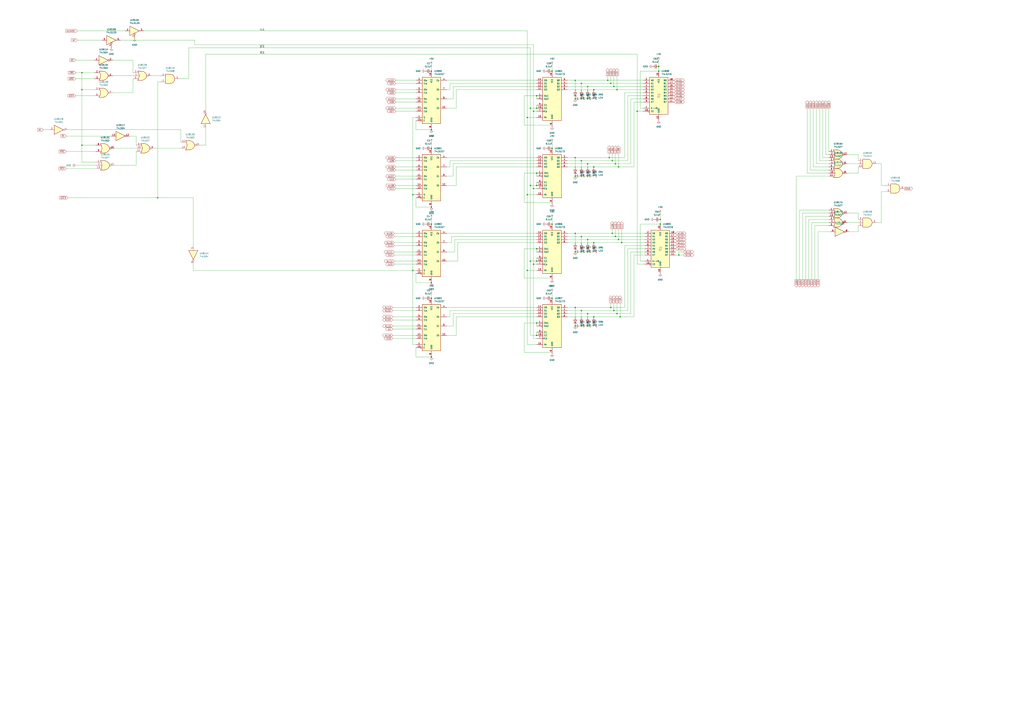
<source format=kicad_sch>
(kicad_sch (version 20231120) (generator "eeschema") (generator_version "8.0")
  (paper "A1")
  (lib_symbols
    (symbol "74xx:74LS02" (pin_names (offset 1.016))
      (property "Reference" "U" (at 0 1.27 0))
      (property "Value" "74LS02" (at 0 -1.27 0))
      (symbol "74LS02_1_1"
        (pin output inverted (at 7.62 0 180) (length 3.81) (name "~") (number "1"))
        (pin input line (at -7.62 2.54 0) (length 4.318) (name "~") (number "2"))
        (pin input line (at -7.62 -2.54 0) (length 4.318) (name "~") (number "3"))
      )
      (symbol "74LS02_1_2"
        (pin output line (at 7.62 0 180) (length 3.81) (name "~") (number "1"))
        (pin input inverted (at -7.62 2.54 0) (length 3.81) (name "~") (number "2"))
        (pin input inverted (at -7.62 -2.54 0) (length 3.81) (name "~") (number "3"))
      )
      (symbol "74LS02_2_1"
        (pin output inverted (at 7.62 0 180) (length 3.81) (name "~") (number "4"))
        (pin input line (at -7.62 2.54 0) (length 4.318) (name "~") (number "5"))
        (pin input line (at -7.62 -2.54 0) (length 4.318) (name "~") (number "6"))
      )
      (symbol "74LS02_2_2"
        (pin output line (at 7.62 0 180) (length 3.81) (name "~") (number "4"))
        (pin input inverted (at -7.62 2.54 0) (length 3.81) (name "~") (number "5"))
        (pin input inverted (at -7.62 -2.54 0) (length 3.81) (name "~") (number "6"))
      )
      (symbol "74LS02_3_1"
        (pin output inverted (at 7.62 0 180) (length 3.81) (name "~") (number "10"))
        (pin input line (at -7.62 2.54 0) (length 4.318) (name "~") (number "8"))
        (pin input line (at -7.62 -2.54 0) (length 4.318) (name "~") (number "9"))
      )
      (symbol "74LS02_3_2"
        (pin output line (at 7.62 0 180) (length 3.81) (name "~") (number "10"))
        (pin input inverted (at -7.62 2.54 0) (length 3.81) (name "~") (number "8"))
        (pin input inverted (at -7.62 -2.54 0) (length 3.81) (name "~") (number "9"))
      )
      (symbol "74LS02_4_1"
        (pin input line (at -7.62 2.54 0) (length 4.318) (name "~") (number "11"))
        (pin input line (at -7.62 -2.54 0) (length 4.318) (name "~") (number "12"))
        (pin output inverted (at 7.62 0 180) (length 3.81) (name "~") (number "13"))
      )
      (symbol "74LS02_4_2"
        (pin input inverted (at -7.62 2.54 0) (length 3.81) (name "~") (number "11"))
        (pin input inverted (at -7.62 -2.54 0) (length 3.81) (name "~") (number "12"))
        (pin output line (at 7.62 0 180) (length 3.81) (name "~") (number "13"))
      )
      (symbol "74LS02_5_0"
        (pin power_in line (at 0 12.7 270) (length 5.08) (name "VCC") (number "14"))
        (pin power_in line (at 0 -12.7 90) (length 5.08) (name "GND") (number "7"))
      )
    )
    (symbol "74xx:74LS04"
      (property "Reference" "U" (at 0 1.27 0))
      (property "Value" "74LS04" (at 0 -1.27 0))
      (symbol "74LS04_1_0"
        (pin input line (at -7.62 0 0) (length 3.81) (name "~") (number "1"))
        (pin output inverted (at 7.62 0 180) (length 3.81) (name "~") (number "2"))
      )
      (symbol "74LS04_2_0"
        (pin input line (at -7.62 0 0) (length 3.81) (name "~") (number "3"))
        (pin output inverted (at 7.62 0 180) (length 3.81) (name "~") (number "4"))
      )
      (symbol "74LS04_3_0"
        (pin input line (at -7.62 0 0) (length 3.81) (name "~") (number "5"))
        (pin output inverted (at 7.62 0 180) (length 3.81) (name "~") (number "6"))
      )
      (symbol "74LS04_4_0"
        (pin output inverted (at 7.62 0 180) (length 3.81) (name "~") (number "8"))
        (pin input line (at -7.62 0 0) (length 3.81) (name "~") (number "9"))
      )
      (symbol "74LS04_5_0"
        (pin output inverted (at 7.62 0 180) (length 3.81) (name "~") (number "10"))
        (pin input line (at -7.62 0 0) (length 3.81) (name "~") (number "11"))
      )
      (symbol "74LS04_6_0"
        (pin output inverted (at 7.62 0 180) (length 3.81) (name "~") (number "12"))
        (pin input line (at -7.62 0 0) (length 3.81) (name "~") (number "13"))
      )
      (symbol "74LS04_7_0"
        (pin power_in line (at 0 12.7 270) (length 5.08) (name "VCC") (number "14"))
        (pin power_in line (at 0 -12.7 90) (length 5.08) (name "GND") (number "7"))
      )
    )
    (symbol "74xx:74LS08" (pin_names (offset 1.016))
      (property "Reference" "U" (at 0 1.27 0))
      (property "Value" "74LS08" (at 0 -1.27 0))
      (symbol "74LS08_1_1"
        (pin input line (at -7.62 2.54 0) (length 3.81) (name "~") (number "1"))
        (pin input line (at -7.62 -2.54 0) (length 3.81) (name "~") (number "2"))
        (pin output line (at 7.62 0 180) (length 3.81) (name "~") (number "3"))
      )
      (symbol "74LS08_1_2"
        (pin input inverted (at -7.62 2.54 0) (length 4.318) (name "~") (number "1"))
        (pin input inverted (at -7.62 -2.54 0) (length 4.318) (name "~") (number "2"))
        (pin output inverted (at 7.62 0 180) (length 3.81) (name "~") (number "3"))
      )
      (symbol "74LS08_2_1"
        (pin input line (at -7.62 2.54 0) (length 3.81) (name "~") (number "4"))
        (pin input line (at -7.62 -2.54 0) (length 3.81) (name "~") (number "5"))
        (pin output line (at 7.62 0 180) (length 3.81) (name "~") (number "6"))
      )
      (symbol "74LS08_2_2"
        (pin input inverted (at -7.62 2.54 0) (length 4.318) (name "~") (number "4"))
        (pin input inverted (at -7.62 -2.54 0) (length 4.318) (name "~") (number "5"))
        (pin output inverted (at 7.62 0 180) (length 3.81) (name "~") (number "6"))
      )
      (symbol "74LS08_3_1"
        (pin input line (at -7.62 -2.54 0) (length 3.81) (name "~") (number "10"))
        (pin output line (at 7.62 0 180) (length 3.81) (name "~") (number "8"))
        (pin input line (at -7.62 2.54 0) (length 3.81) (name "~") (number "9"))
      )
      (symbol "74LS08_3_2"
        (pin input inverted (at -7.62 -2.54 0) (length 4.318) (name "~") (number "10"))
        (pin output inverted (at 7.62 0 180) (length 3.81) (name "~") (number "8"))
        (pin input inverted (at -7.62 2.54 0) (length 4.318) (name "~") (number "9"))
      )
      (symbol "74LS08_4_1"
        (pin output line (at 7.62 0 180) (length 3.81) (name "~") (number "11"))
        (pin input line (at -7.62 2.54 0) (length 3.81) (name "~") (number "12"))
        (pin input line (at -7.62 -2.54 0) (length 3.81) (name "~") (number "13"))
      )
      (symbol "74LS08_4_2"
        (pin output inverted (at 7.62 0 180) (length 3.81) (name "~") (number "11"))
        (pin input inverted (at -7.62 2.54 0) (length 4.318) (name "~") (number "12"))
        (pin input inverted (at -7.62 -2.54 0) (length 4.318) (name "~") (number "13"))
      )
      (symbol "74LS08_5_0"
        (pin power_in line (at 0 12.7 270) (length 5.08) (name "VCC") (number "14"))
        (pin power_in line (at 0 -12.7 90) (length 5.08) (name "GND") (number "7"))
      )
    )
    (symbol "74xx:74LS11" (pin_names (offset 1.016))
      (property "Reference" "U" (at 0 1.27 0))
      (property "Value" "74LS11" (at 0 -1.27 0))
      (symbol "74LS11_1_1"
        (pin input line (at -7.62 2.54 0) (length 3.81) (name "~") (number "1"))
        (pin output line (at 7.62 0 180) (length 3.81) (name "~") (number "12"))
        (pin input line (at -7.62 -2.54 0) (length 3.81) (name "~") (number "13"))
        (pin input line (at -7.62 0 0) (length 3.81) (name "~") (number "2"))
      )
      (symbol "74LS11_1_2"
        (pin input inverted (at -7.62 2.54 0) (length 4.318) (name "~") (number "1"))
        (pin output inverted (at 7.62 0 180) (length 3.81) (name "~") (number "12"))
        (pin input inverted (at -7.62 -2.54 0) (length 4.318) (name "~") (number "13"))
        (pin input inverted (at -7.62 0 0) (length 4.953) (name "~") (number "2"))
      )
      (symbol "74LS11_2_1"
        (pin input line (at -7.62 2.54 0) (length 3.81) (name "~") (number "3"))
        (pin input line (at -7.62 0 0) (length 3.81) (name "~") (number "4"))
        (pin input line (at -7.62 -2.54 0) (length 3.81) (name "~") (number "5"))
        (pin output line (at 7.62 0 180) (length 3.81) (name "~") (number "6"))
      )
      (symbol "74LS11_2_2"
        (pin input inverted (at -7.62 2.54 0) (length 4.318) (name "~") (number "3"))
        (pin input inverted (at -7.62 0 0) (length 4.953) (name "~") (number "4"))
        (pin input inverted (at -7.62 -2.54 0) (length 4.318) (name "~") (number "5"))
        (pin output inverted (at 7.62 0 180) (length 3.81) (name "~") (number "6"))
      )
      (symbol "74LS11_3_1"
        (pin input line (at -7.62 0 0) (length 3.81) (name "~") (number "10"))
        (pin input line (at -7.62 -2.54 0) (length 3.81) (name "~") (number "11"))
        (pin output line (at 7.62 0 180) (length 3.81) (name "~") (number "8"))
        (pin input line (at -7.62 2.54 0) (length 3.81) (name "~") (number "9"))
      )
      (symbol "74LS11_3_2"
        (pin input inverted (at -7.62 0 0) (length 4.953) (name "~") (number "10"))
        (pin input inverted (at -7.62 -2.54 0) (length 4.318) (name "~") (number "11"))
        (pin output inverted (at 7.62 0 180) (length 3.81) (name "~") (number "8"))
        (pin input inverted (at -7.62 2.54 0) (length 4.318) (name "~") (number "9"))
      )
      (symbol "74LS11_4_0"
        (pin power_in line (at 0 12.7 270) (length 5.08) (name "VCC") (number "14"))
        (pin power_in line (at 0 -12.7 90) (length 5.08) (name "GND") (number "7"))
      )
    )
    (symbol "74xx:74LS125" (pin_names (offset 1.016))
      (property "Reference" "U" (at 0 1.27 0))
      (property "Value" "74LS125" (at 0 -1.27 0))
      (symbol "74LS125_1_0"
        (pin input inverted (at 0 -6.35 90) (length 4.445) (name "~") (number "1"))
        (pin input line (at -7.62 0 0) (length 3.81) (name "~") (number "2"))
        (pin tri_state line (at 7.62 0 180) (length 3.81) (name "~") (number "3"))
      )
      (symbol "74LS125_2_0"
        (pin input inverted (at 0 -6.35 90) (length 4.445) (name "~") (number "4"))
        (pin input line (at -7.62 0 0) (length 3.81) (name "~") (number "5"))
        (pin tri_state line (at 7.62 0 180) (length 3.81) (name "~") (number "6"))
      )
      (symbol "74LS125_3_0"
        (pin input inverted (at 0 -6.35 90) (length 4.445) (name "~") (number "10"))
        (pin tri_state line (at 7.62 0 180) (length 3.81) (name "~") (number "8"))
        (pin input line (at -7.62 0 0) (length 3.81) (name "~") (number "9"))
      )
      (symbol "74LS125_4_0"
        (pin tri_state line (at 7.62 0 180) (length 3.81) (name "~") (number "11"))
        (pin input line (at -7.62 0 0) (length 3.81) (name "~") (number "12"))
        (pin input inverted (at 0 -6.35 90) (length 4.445) (name "~") (number "13"))
      )
      (symbol "74LS125_5_0"
        (pin power_in line (at 0 12.7 270) (length 5.08) (name "VCC") (number "14"))
        (pin power_in line (at 0 -12.7 90) (length 5.08) (name "GND") (number "7"))
      )
    )
    (symbol "74xx:74LS157" (pin_names (offset 1.016))
      (property "Reference" "U" (at -7.62 19.05 0))
      (property "Value" "74LS157" (at -7.62 -21.59 0))
      (symbol "74LS157_1_0"
        (pin input line (at -12.7 -15.24 0) (length 5.08) (name "S") (number "1"))
        (pin input line (at -12.7 -2.54 0) (length 5.08) (name "I1c") (number "10"))
        (pin input line (at -12.7 0 0) (length 5.08) (name "I0c") (number "11"))
        (pin output line (at 12.7 -7.62 180) (length 5.08) (name "Zd") (number "12"))
        (pin input line (at -12.7 -10.16 0) (length 5.08) (name "I1d") (number "13"))
        (pin input line (at -12.7 -7.62 0) (length 5.08) (name "I0d") (number "14"))
        (pin input inverted (at -12.7 -17.78 0) (length 5.08) (name "E") (number "15"))
        (pin power_in line (at 0 22.86 270) (length 5.08) (name "VCC") (number "16"))
        (pin input line (at -12.7 15.24 0) (length 5.08) (name "I0a") (number "2"))
        (pin input line (at -12.7 12.7 0) (length 5.08) (name "I1a") (number "3"))
        (pin output line (at 12.7 15.24 180) (length 5.08) (name "Za") (number "4"))
        (pin input line (at -12.7 7.62 0) (length 5.08) (name "I0b") (number "5"))
        (pin input line (at -12.7 5.08 0) (length 5.08) (name "I1b") (number "6"))
        (pin output line (at 12.7 7.62 180) (length 5.08) (name "Zb") (number "7"))
        (pin power_in line (at 0 -25.4 90) (length 5.08) (name "GND") (number "8"))
        (pin output line (at 12.7 0 180) (length 5.08) (name "Zc") (number "9"))
      )
    )
    (symbol "74xx:74LS173" (pin_names (offset 1.016))
      (property "Reference" "U" (at -7.62 19.05 0))
      (property "Value" "74LS173" (at -7.62 -19.05 0))
      (symbol "74LS173_1_0"
        (pin input inverted (at -12.7 2.54 0) (length 5.08) (name "Oe1") (number "1"))
        (pin input inverted (at -12.7 -7.62 0) (length 5.08) (name "E2") (number "10"))
        (pin input line (at -12.7 7.62 0) (length 5.08) (name "D3") (number "11"))
        (pin input line (at -12.7 10.16 0) (length 5.08) (name "D2") (number "12"))
        (pin input line (at -12.7 12.7 0) (length 5.08) (name "D1") (number "13"))
        (pin input line (at -12.7 15.24 0) (length 5.08) (name "D0") (number "14"))
        (pin input line (at -12.7 -15.24 0) (length 5.08) (name "Mr") (number "15"))
        (pin power_in line (at 0 22.86 270) (length 5.08) (name "VCC") (number "16"))
        (pin input inverted (at -12.7 0 0) (length 5.08) (name "Oe2") (number "2"))
        (pin tri_state line (at 12.7 15.24 180) (length 5.08) (name "Q0") (number "3"))
        (pin tri_state line (at 12.7 12.7 180) (length 5.08) (name "Q1") (number "4"))
        (pin tri_state line (at 12.7 10.16 180) (length 5.08) (name "Q2") (number "5"))
        (pin tri_state line (at 12.7 7.62 180) (length 5.08) (name "Q3") (number "6"))
        (pin input clock (at -12.7 -10.16 0) (length 5.08) (name "Cp") (number "7"))
        (pin power_in line (at 0 -22.86 90) (length 5.08) (name "GND") (number "8"))
        (pin input inverted (at -12.7 -5.08 0) (length 5.08) (name "E1") (number "9"))
      )
    )
    (symbol "74xx:74LS245" (pin_names (offset 1.016))
      (property "Reference" "U" (at -7.62 16.51 0))
      (property "Value" "74LS245" (at -7.62 -16.51 0))
      (symbol "74LS245_1_0"
        (pin input line (at -12.7 -10.16 0) (length 5.08) (name "A->B") (number "1"))
        (pin power_in line (at 0 -20.32 90) (length 5.08) (name "GND") (number "10"))
        (pin tri_state line (at 12.7 -5.08 180) (length 5.08) (name "B7") (number "11"))
        (pin tri_state line (at 12.7 -2.54 180) (length 5.08) (name "B6") (number "12"))
        (pin tri_state line (at 12.7 0 180) (length 5.08) (name "B5") (number "13"))
        (pin tri_state line (at 12.7 2.54 180) (length 5.08) (name "B4") (number "14"))
        (pin tri_state line (at 12.7 5.08 180) (length 5.08) (name "B3") (number "15"))
        (pin tri_state line (at 12.7 7.62 180) (length 5.08) (name "B2") (number "16"))
        (pin tri_state line (at 12.7 10.16 180) (length 5.08) (name "B1") (number "17"))
        (pin tri_state line (at 12.7 12.7 180) (length 5.08) (name "B0") (number "18"))
        (pin input inverted (at -12.7 -12.7 0) (length 5.08) (name "CE") (number "19"))
        (pin tri_state line (at -12.7 12.7 0) (length 5.08) (name "A0") (number "2"))
        (pin power_in line (at 0 20.32 270) (length 5.08) (name "VCC") (number "20"))
        (pin tri_state line (at -12.7 10.16 0) (length 5.08) (name "A1") (number "3"))
        (pin tri_state line (at -12.7 7.62 0) (length 5.08) (name "A2") (number "4"))
        (pin tri_state line (at -12.7 5.08 0) (length 5.08) (name "A3") (number "5"))
        (pin tri_state line (at -12.7 2.54 0) (length 5.08) (name "A4") (number "6"))
        (pin tri_state line (at -12.7 0 0) (length 5.08) (name "A5") (number "7"))
        (pin tri_state line (at -12.7 -2.54 0) (length 5.08) (name "A6") (number "8"))
        (pin tri_state line (at -12.7 -5.08 0) (length 5.08) (name "A7") (number "9"))
      )
    )
    (symbol "74xx:74LS27" (pin_names (offset 1.016))
      (property "Reference" "U" (at 0 1.27 0))
      (property "Value" "74LS27" (at 0 -1.27 0))
      (symbol "74LS27_1_1"
        (pin input line (at -7.62 2.54 0) (length 4.318) (name "~") (number "1"))
        (pin output inverted (at 7.62 0 180) (length 3.81) (name "~") (number "12"))
        (pin input line (at -7.62 -2.54 0) (length 4.318) (name "~") (number "13"))
        (pin input line (at -7.62 0 0) (length 4.953) (name "~") (number "2"))
      )
      (symbol "74LS27_1_2"
        (pin input inverted (at -7.62 2.54 0) (length 3.81) (name "~") (number "1"))
        (pin output line (at 7.62 0 180) (length 3.81) (name "~") (number "12"))
        (pin input inverted (at -7.62 -2.54 0) (length 3.81) (name "~") (number "13"))
        (pin input inverted (at -7.62 0 0) (length 3.81) (name "~") (number "2"))
      )
      (symbol "74LS27_2_1"
        (pin input line (at -7.62 2.54 0) (length 4.318) (name "~") (number "3"))
        (pin input line (at -7.62 0 0) (length 4.953) (name "~") (number "4"))
        (pin input line (at -7.62 -2.54 0) (length 4.318) (name "~") (number "5"))
        (pin output inverted (at 7.62 0 180) (length 3.81) (name "~") (number "6"))
      )
      (symbol "74LS27_2_2"
        (pin input inverted (at -7.62 2.54 0) (length 3.81) (name "~") (number "3"))
        (pin input inverted (at -7.62 0 0) (length 3.81) (name "~") (number "4"))
        (pin input inverted (at -7.62 -2.54 0) (length 3.81) (name "~") (number "5"))
        (pin output line (at 7.62 0 180) (length 3.81) (name "~") (number "6"))
      )
      (symbol "74LS27_3_1"
        (pin input line (at -7.62 0 0) (length 4.953) (name "~") (number "10"))
        (pin input line (at -7.62 -2.54 0) (length 4.318) (name "~") (number "11"))
        (pin output inverted (at 7.62 0 180) (length 3.81) (name "~") (number "8"))
        (pin input line (at -7.62 2.54 0) (length 4.318) (name "~") (number "9"))
      )
      (symbol "74LS27_3_2"
        (pin input inverted (at -7.62 0 0) (length 3.81) (name "~") (number "10"))
        (pin input inverted (at -7.62 -2.54 0) (length 3.81) (name "~") (number "11"))
        (pin output line (at 7.62 0 180) (length 3.81) (name "~") (number "8"))
        (pin input inverted (at -7.62 2.54 0) (length 3.81) (name "~") (number "9"))
      )
      (symbol "74LS27_4_0"
        (pin power_in line (at 0 12.7 270) (length 5.08) (name "VCC") (number "14"))
        (pin power_in line (at 0 -12.7 90) (length 5.08) (name "GND") (number "7"))
      )
    )
    (symbol "Device:C_Small" (pin_numbers hide) (pin_names (offset 0.254) hide)
      (property "Reference" "C" (at 0.254 1.778 0))
      (property "Value" "C_Small" (at 0.254 -2.032 0))
      (symbol "C_Small_1_1"
        (pin passive line (at 0 2.54 270) (length 2.032) (name "~") (number "1"))
        (pin passive line (at 0 -2.54 90) (length 2.032) (name "~") (number "2"))
      )
    )
    (symbol "Device:LED" (pin_numbers hide) (pin_names (offset 1.016) hide)
      (property "Reference" "D" (at 0 2.54 0))
      (property "Value" "LED" (at 0 -2.54 0))
      (symbol "LED_1_1"
        (pin passive line (at -3.81 0 0) (length 2.54) (name "K") (number "1"))
        (pin passive line (at 3.81 0 180) (length 2.54) (name "A") (number "2"))
      )
    )
    (symbol "power:+5V" (power) (pin_numbers hide) (pin_names (offset 0) hide)
      (property "Value" "+5V" (at 0 3.556 0))
      (symbol "+5V_1_1"
        (pin power_in line (at 0 0 90) (length 0) (name "~") (number "1"))
      )
    )
    (symbol "power:GND" (power) (pin_numbers hide) (pin_names (offset 0) hide)
      (property "Value" "GND" (at 0 -3.81 0))
      (symbol "GND_1_1"
        (pin power_in line (at 0 0 270) (length 0) (name "~") (number "1"))
      )
    )
  )
  (junction (at 501.65 252.73))
  (junction (at 472.44 267.97))
  (junction (at 354.33 245.11))
  (junction (at 440.69 88.9))
  (junction (at 354.33 170.18))
  (junction (at 472.44 66.04))
  (junction (at 477.52 144.78))
  (junction (at 129.54 162.56))
  (junction (at 440.69 78.74))
  (junction (at 472.44 144.78))
  (junction (at 541.02 54.61))
  (junction (at 67.31 59.69))
  (junction (at 487.68 73.66))
  (junction (at 482.6 144.78))
  (junction (at 477.52 194.31))
  (junction (at 440.69 152.4))
  (junction (at 354.33 58.42))
  (junction (at 354.33 121.92))
  (junction (at 453.39 184.15))
  (junction (at 440.69 214.63))
  (junction (at 67.31 119.38))
  (junction (at 504.19 255.27))
  (junction (at 433.07 160.02))
  (junction (at 508 196.85))
  (junction (at 438.15 217.17))
  (junction (at 354.33 184.15))
  (junction (at 67.31 73.66))
  (junction (at 523.24 91.44))
  (junction (at 339.09 222.25))
  (junction (at 435.61 88.9))
  (junction (at 501.65 68.58))
  (junction (at 477.52 207.01))
  (junction (at 438.15 91.44))
  (junction (at 440.69 265.43))
  (junction (at 541.02 58.42))
  (junction (at 339.09 160.02))
  (junction (at 440.69 142.24))
  (junction (at 354.33 293.37))
  (junction (at 354.33 232.41))
  (junction (at 477.52 68.58))
  (junction (at 487.68 199.39))
  (junction (at 482.6 81.28))
  (junction (at 542.29 180.34))
  (junction (at 477.52 132.08))
  (junction (at 504.19 71.12))
  (junction (at 482.6 196.85))
  (junction (at 506.73 257.81))
  (junction (at 354.33 106.68))
  (junction (at 477.52 81.28))
  (junction (at 472.44 129.54))
  (junction (at 482.6 207.01))
  (junction (at 509.27 260.35))
  (junction (at 557.53 209.55))
  (junction (at 510.54 199.39))
  (junction (at 472.44 252.73))
  (junction (at 477.52 267.97))
  (junction (at 506.73 73.66))
  (junction (at 487.68 137.16))
  (junction (at 440.69 204.47))
  (junction (at 499.11 66.04))
  (junction (at 542.29 184.15))
  (junction (at 453.39 245.11))
  (junction (at 505.46 194.31))
  (junction (at 502.92 191.77))
  (junction (at 453.39 58.42))
  (junction (at 433.07 96.52))
  (junction (at 435.61 214.63))
  (junction (at 433.07 222.25))
  (junction (at 482.6 267.97))
  (junction (at 487.68 260.35))
  (junction (at 438.15 154.94))
  (junction (at 435.61 152.4))
  (junction (at 505.46 134.62))
  (junction (at 453.39 121.92))
  (junction (at 508 137.16))
  (junction (at 482.6 257.81))
  (junction (at 482.6 71.12))
  (junction (at 472.44 207.01))
  (junction (at 472.44 191.77))
  (junction (at 472.44 81.28))
  (junction (at 482.6 134.62))
  (junction (at 477.52 255.27))
  (junction (at 500.38 129.54))
  (junction (at 440.69 275.59))
  (junction (at 502.92 132.08))
  (wire (pts (xy 523.24 91.44) (xy 523.24 217.17)))
  (wire (pts (xy 433.07 160.02) (xy 433.07 96.52)))
  (wire (pts (xy 62.23 64.77) (xy 77.47 64.77)))
  (wire (pts (xy 704.85 127) (xy 704.85 132.08)))
  (wire (pts (xy 93.98 121.92) (xy 111.76 121.92)))
  (wire (pts (xy 367.03 144.78) (xy 372.11 144.78)))
  (wire (pts (xy 369.57 137.16) (xy 367.03 137.16)))
  (wire (pts (xy 477.52 68.58) (xy 477.52 73.66)))
  (wire (pts (xy 354.33 240.03) (xy 354.33 245.11)))
  (wire (pts (xy 453.39 228.6) (xy 430.53 228.6)))
  (wire (pts (xy 509.27 248.92) (xy 509.27 260.35)))
  (wire (pts (xy 325.12 152.4) (xy 341.63 152.4)))
  (wire (pts (xy 111.76 124.46) (xy 111.76 135.89)))
  (wire (pts (xy 341.63 106.68) (xy 354.33 106.68)))
  (wire (pts (xy 430.53 228.6) (xy 430.53 204.47)))
  (wire (pts (xy 666.75 182.88) (xy 666.75 229.87)))
  (wire (pts (xy 435.61 152.4) (xy 435.61 214.63)))
  (wire (pts (xy 704.85 175.26) (xy 704.85 180.34)))
  (wire (pts (xy 482.6 71.12) (xy 504.19 71.12)))
  (wire (pts (xy 528.32 78.74) (xy 515.62 78.74)))
  (wire (pts (xy 680.72 172.72) (xy 656.59 172.72)))
  (wire (pts (xy 472.44 66.04) (xy 472.44 73.66)))
  (wire (pts (xy 499.11 66.04) (xy 528.32 66.04)))
  (wire (pts (xy 339.09 96.52) (xy 341.63 96.52)))
  (wire (pts (xy 659.13 175.26) (xy 680.72 175.26)))
  (wire (pts (xy 367.03 191.77) (xy 440.69 191.77)))
  (wire (pts (xy 518.16 257.81) (xy 518.16 207.01)))
  (wire (pts (xy 374.65 260.35) (xy 440.69 260.35)))
  (wire (pts (xy 477.52 132.08) (xy 477.52 137.16)))
  (wire (pts (xy 500.38 125.73) (xy 500.38 129.54)))
  (wire (pts (xy 438.15 91.44) (xy 440.69 91.44)))
  (wire (pts (xy 440.69 217.17) (xy 438.15 217.17)))
  (wire (pts (xy 518.16 134.62) (xy 518.16 81.28)))
  (wire (pts (xy 504.19 62.23) (xy 504.19 71.12)))
  (wire (pts (xy 435.61 214.63) (xy 435.61 275.59)))
  (wire (pts (xy 367.03 66.04) (xy 440.69 66.04)))
  (wire (pts (xy 695.96 175.26) (xy 704.85 175.26)))
  (wire (pts (xy 323.85 207.01) (xy 341.63 207.01)))
  (wire (pts (xy 54.61 111.76) (xy 91.44 111.76)))
  (wire (pts (xy 370.84 194.31) (xy 440.69 194.31)))
  (wire (pts (xy 518.16 81.28) (xy 528.32 81.28)))
  (wire (pts (xy 438.15 91.44) (xy 438.15 36.83)))
  (wire (pts (xy 528.32 83.82) (xy 520.7 83.82)))
  (wire (pts (xy 322.58 275.59) (xy 341.63 275.59)))
  (wire (pts (xy 435.61 214.63) (xy 440.69 214.63)))
  (wire (pts (xy 525.78 58.42) (xy 541.02 58.42)))
  (wire (pts (xy 520.7 209.55) (xy 520.7 260.35)))
  (wire (pts (xy 668.02 88.9) (xy 668.02 137.16)))
  (wire (pts (xy 664.21 180.34) (xy 680.72 180.34)))
  (wire (pts (xy 430.53 78.74) (xy 440.69 78.74)))
  (wire (pts (xy 433.07 96.52) (xy 433.07 25.4)))
  (wire (pts (xy 482.6 257.81) (xy 506.73 257.81)))
  (wire (pts (xy 695.96 134.62) (xy 704.85 134.62)))
  (wire (pts (xy 132.08 62.23) (xy 124.46 62.23)))
  (wire (pts (xy 502.92 187.96) (xy 502.92 191.77)))
  (wire (pts (xy 477.52 81.28) (xy 482.6 81.28)))
  (wire (pts (xy 525.78 88.9) (xy 525.78 58.42)))
  (wire (pts (xy 466.09 134.62) (xy 482.6 134.62)))
  (wire (pts (xy 508 125.73) (xy 508 137.16)))
  (wire (pts (xy 472.44 191.77) (xy 472.44 199.39)))
  (wire (pts (xy 671.83 229.87) (xy 671.83 190.5)))
  (wire (pts (xy 372.11 144.78) (xy 372.11 134.62)))
  (wire (pts (xy 158.75 222.25) (xy 339.09 222.25)))
  (wire (pts (xy 62.23 78.74) (xy 77.47 78.74)))
  (wire (pts (xy 727.71 157.48) (xy 723.9 157.48)))
  (wire (pts (xy 154.94 39.37) (xy 154.94 64.77)))
  (wire (pts (xy 325.12 137.16) (xy 341.63 137.16)))
  (wire (pts (xy 513.08 76.2) (xy 528.32 76.2)))
  (wire (pts (xy 472.44 267.97) (xy 477.52 267.97)))
  (wire (pts (xy 92.71 62.23) (xy 109.22 62.23)))
  (wire (pts (xy 325.12 68.58) (xy 341.63 68.58)))
  (wire (pts (xy 513.08 129.54) (xy 513.08 76.2)))
  (wire (pts (xy 664.21 180.34) (xy 664.21 229.87)))
  (wire (pts (xy 669.29 185.42) (xy 669.29 229.87)))
  (wire (pts (xy 477.52 132.08) (xy 502.92 132.08)))
  (wire (pts (xy 438.15 154.94) (xy 440.69 154.94)))
  (wire (pts (xy 63.5 25.4) (xy 102.87 25.4)))
  (wire (pts (xy 160.02 36.83) (xy 438.15 36.83)))
  (wire (pts (xy 482.6 81.28) (xy 487.68 81.28)))
  (wire (pts (xy 472.44 252.73) (xy 472.44 260.35)))
  (wire (pts (xy 523.24 91.44) (xy 523.24 44.45)))
  (wire (pts (xy 127 121.92) (xy 148.59 121.92)))
  (wire (pts (xy 322.58 260.35) (xy 341.63 260.35)))
  (wire (pts (xy 513.08 252.73) (xy 513.08 201.93)))
  (wire (pts (xy 472.44 252.73) (xy 501.65 252.73)))
  (wire (pts (xy 154.94 64.77) (xy 147.32 64.77)))
  (wire (pts (xy 520.7 83.82) (xy 520.7 137.16)))
  (wire (pts (xy 477.52 144.78) (xy 482.6 144.78)))
  (wire (pts (xy 106.68 111.76) (xy 111.76 111.76)))
  (wire (pts (xy 472.44 129.54) (xy 472.44 137.16)))
  (wire (pts (xy 482.6 71.12) (xy 482.6 73.66)))
  (wire (pts (xy 325.12 66.04) (xy 341.63 66.04)))
  (wire (pts (xy 341.63 285.75) (xy 341.63 293.37)))
  (wire (pts (xy 509.27 260.35) (xy 520.7 260.35)))
  (wire (pts (xy 680.72 88.9) (xy 680.72 124.46)))
  (wire (pts (xy 678.18 127) (xy 680.72 127)))
  (wire (pts (xy 680.72 144.78) (xy 654.05 144.78)))
  (wire (pts (xy 656.59 172.72) (xy 656.59 229.87)))
  (wire (pts (xy 680.72 182.88) (xy 666.75 182.88)))
  (wire (pts (xy 168.91 44.45) (xy 523.24 44.45)))
  (wire (pts (xy 160.02 36.83) (xy 160.02 33.02)))
  (wire (pts (xy 487.68 199.39) (xy 510.54 199.39)))
  (wire (pts (xy 477.52 267.97) (xy 482.6 267.97)))
  (wire (pts (xy 367.03 275.59) (xy 374.65 275.59)))
  (wire (pts (xy 506.73 62.23) (xy 506.73 73.66)))
  (wire (pts (xy 367.03 199.39) (xy 370.84 199.39)))
  (wire (pts (xy 704.85 182.88) (xy 695.96 182.88)))
  (wire (pts (xy 529.59 214.63) (xy 525.78 214.63)))
  (wire (pts (xy 83.82 33.02) (xy 63.5 33.02)))
  (wire (pts (xy 341.63 224.79) (xy 341.63 232.41)))
  (wire (pts (xy 501.65 248.92) (xy 501.65 252.73)))
  (wire (pts (xy 466.09 255.27) (xy 477.52 255.27)))
  (wire (pts (xy 440.69 86.36) (xy 440.69 88.9)))
  (wire (pts (xy 339.09 222.25) (xy 339.09 283.21)))
  (wire (pts (xy 62.23 49.53) (xy 77.47 49.53)))
  (wire (pts (xy 523.24 217.17) (xy 529.59 217.17)))
  (wire (pts (xy 440.69 265.43) (xy 440.69 267.97)))
  (wire (pts (xy 678.18 88.9) (xy 678.18 127)))
  (wire (pts (xy 132.08 67.31) (xy 129.54 67.31)))
  (wire (pts (xy 542.29 175.26) (xy 542.29 180.34)))
  (wire (pts (xy 453.39 53.34) (xy 453.39 58.42)))
  (wire (pts (xy 111.76 135.89) (xy 93.98 135.89)))
  (wire (pts (xy 367.03 81.28) (xy 372.11 81.28)))
  (wire (pts (xy 508 137.16) (xy 520.7 137.16)))
  (wire (pts (xy 339.09 222.25) (xy 341.63 222.25)))
  (wire (pts (xy 440.69 283.21) (xy 433.07 283.21)))
  (wire (pts (xy 466.09 68.58) (xy 477.52 68.58)))
  (wire (pts (xy 369.57 255.27) (xy 440.69 255.27)))
  (wire (pts (xy 373.38 196.85) (xy 440.69 196.85)))
  (wire (pts (xy 154.94 39.37) (xy 435.61 39.37)))
  (wire (pts (xy 67.31 59.69) (xy 77.47 59.69)))
  (wire (pts (xy 472.44 144.78) (xy 477.52 144.78)))
  (wire (pts (xy 501.65 62.23) (xy 501.65 68.58)))
  (wire (pts (xy 67.31 59.69) (xy 67.31 73.66)))
  (wire (pts (xy 487.68 260.35) (xy 509.27 260.35)))
  (wire (pts (xy 55.88 106.68) (xy 148.59 106.68)))
  (wire (pts (xy 322.58 278.13) (xy 341.63 278.13)))
  (wire (pts (xy 373.38 207.01) (xy 367.03 207.01)))
  (wire (pts (xy 341.63 217.17) (xy 323.85 217.17)))
  (wire (pts (xy 482.6 196.85) (xy 482.6 199.39)))
  (wire (pts (xy 453.39 240.03) (xy 453.39 245.11)))
  (wire (pts (xy 665.48 88.9) (xy 665.48 139.7)))
  (wire (pts (xy 659.13 175.26) (xy 659.13 229.87)))
  (wire (pts (xy 158.75 217.17) (xy 158.75 222.25)))
  (wire (pts (xy 472.44 129.54) (xy 500.38 129.54)))
  (wire (pts (xy 502.92 125.73) (xy 502.92 132.08)))
  (wire (pts (xy 323.85 201.93) (xy 341.63 201.93)))
  (wire (pts (xy 477.52 194.31) (xy 477.52 199.39)))
  (wire (pts (xy 472.44 207.01) (xy 477.52 207.01)))
  (wire (pts (xy 322.58 267.97) (xy 341.63 267.97)))
  (wire (pts (xy 341.63 99.06) (xy 341.63 106.68)))
  (wire (pts (xy 453.39 166.37) (xy 430.53 166.37)))
  (wire (pts (xy 515.62 78.74) (xy 515.62 132.08)))
  (wire (pts (xy 440.69 257.81) (xy 372.11 257.81)))
  (wire (pts (xy 339.09 96.52) (xy 339.09 160.02)))
  (wire (pts (xy 704.85 190.5) (xy 697.23 190.5)))
  (wire (pts (xy 341.63 214.63) (xy 323.85 214.63)))
  (wire (pts (xy 472.44 81.28) (xy 477.52 81.28)))
  (wire (pts (xy 542.29 180.34) (xy 542.29 184.15)))
  (wire (pts (xy 440.69 222.25) (xy 433.07 222.25)))
  (wire (pts (xy 435.61 39.37) (xy 435.61 88.9)))
  (wire (pts (xy 482.6 134.62) (xy 482.6 137.16)))
  (wire (pts (xy 160.02 33.02) (xy 99.06 33.02)))
  (wire (pts (xy 440.69 204.47) (xy 440.69 207.01)))
  (wire (pts (xy 440.69 212.09) (xy 440.69 214.63)))
  (wire (pts (xy 62.23 59.69) (xy 67.31 59.69)))
  (wire (pts (xy 727.71 152.4) (xy 723.9 152.4)))
  (wire (pts (xy 369.57 260.35) (xy 369.57 255.27)))
  (wire (pts (xy 440.69 142.24) (xy 440.69 144.78)))
  (wire (pts (xy 541.02 54.61) (xy 541.02 58.42)))
  (wire (pts (xy 440.69 273.05) (xy 440.69 275.59)))
  (wire (pts (xy 525.78 184.15) (xy 542.29 184.15)))
  (wire (pts (xy 438.15 278.13) (xy 438.15 217.17)))
  (wire (pts (xy 500.38 129.54) (xy 513.08 129.54)))
  (wire (pts (xy 67.31 73.66) (xy 77.47 73.66)))
  (wire (pts (xy 477.52 207.01) (xy 482.6 207.01)))
  (wire (pts (xy 671.83 190.5) (xy 681.99 190.5)))
  (wire (pts (xy 680.72 185.42) (xy 669.29 185.42)))
  (wire (pts (xy 487.68 73.66) (xy 506.73 73.66)))
  (wire (pts (xy 374.65 275.59) (xy 374.65 260.35)))
  (wire (pts (xy 680.72 129.54) (xy 675.64 129.54)))
  (wire (pts (xy 374.65 88.9) (xy 367.03 88.9)))
  (wire (pts (xy 54.61 138.43) (xy 78.74 138.43)))
  (wire (pts (xy 435.61 275.59) (xy 440.69 275.59)))
  (wire (pts (xy 466.09 66.04) (xy 472.44 66.04)))
  (wire (pts (xy 325.12 144.78) (xy 341.63 144.78)))
  (wire (pts (xy 477.52 255.27) (xy 504.19 255.27)))
  (wire (pts (xy 369.57 68.58) (xy 369.57 73.66)))
  (wire (pts (xy 518.16 207.01) (xy 529.59 207.01)))
  (wire (pts (xy 325.12 73.66) (xy 341.63 73.66)))
  (wire (pts (xy 430.53 166.37) (xy 430.53 142.24)))
  (wire (pts (xy 375.92 199.39) (xy 440.69 199.39)))
  (wire (pts (xy 501.65 68.58) (xy 528.32 68.58)))
  (wire (pts (xy 506.73 248.92) (xy 506.73 257.81)))
  (wire (pts (xy 704.85 137.16) (xy 704.85 142.24)))
  (wire (pts (xy 375.92 214.63) (xy 375.92 199.39)))
  (wire (pts (xy 501.65 252.73) (xy 513.08 252.73)))
  (wire (pts (xy 435.61 152.4) (xy 440.69 152.4)))
  (wire (pts (xy 323.85 191.77) (xy 341.63 191.77)))
  (wire (pts (xy 670.56 88.9) (xy 670.56 134.62)))
  (wire (pts (xy 504.19 255.27) (xy 515.62 255.27)))
  (wire (pts (xy 440.69 96.52) (xy 433.07 96.52)))
  (wire (pts (xy 723.9 134.62) (xy 720.09 134.62)))
  (wire (pts (xy 502.92 191.77) (xy 529.59 191.77)))
  (wire (pts (xy 440.69 78.74) (xy 440.69 81.28)))
  (wire (pts (xy 373.38 196.85) (xy 373.38 207.01)))
  (wire (pts (xy 158.75 201.93) (xy 158.75 162.56)))
  (wire (pts (xy 528.32 88.9) (xy 525.78 88.9)))
  (wire (pts (xy 55.88 162.56) (xy 129.54 162.56)))
  (wire (pts (xy 168.91 105.41) (xy 168.91 119.38)))
  (wire (pts (xy 466.09 199.39) (xy 487.68 199.39)))
  (wire (pts (xy 504.19 71.12) (xy 528.32 71.12)))
  (wire (pts (xy 466.09 257.81) (xy 482.6 257.81)))
  (wire (pts (xy 54.61 124.46) (xy 78.74 124.46)))
  (wire (pts (xy 466.09 260.35) (xy 487.68 260.35)))
  (wire (pts (xy 367.03 129.54) (xy 440.69 129.54)))
  (wire (pts (xy 487.68 137.16) (xy 508 137.16)))
  (wire (pts (xy 430.53 142.24) (xy 440.69 142.24)))
  (wire (pts (xy 372.11 71.12) (xy 440.69 71.12)))
  (wire (pts (xy 118.11 25.4) (xy 433.07 25.4)))
  (wire (pts (xy 109.22 64.77) (xy 109.22 76.2)))
  (wire (pts (xy 673.1 132.08) (xy 680.72 132.08)))
  (wire (pts (xy 325.12 132.08) (xy 341.63 132.08)))
  (wire (pts (xy 466.09 137.16) (xy 487.68 137.16)))
  (wire (pts (xy 372.11 134.62) (xy 440.69 134.62)))
  (wire (pts (xy 482.6 257.81) (xy 482.6 260.35)))
  (wire (pts (xy 354.33 179.07) (xy 354.33 184.15)))
  (wire (pts (xy 430.53 102.87) (xy 430.53 78.74)))
  (wire (pts (xy 675.64 88.9) (xy 675.64 129.54)))
  (wire (pts (xy 499.11 62.23) (xy 499.11 66.04)))
  (wire (pts (xy 466.09 194.31) (xy 477.52 194.31)))
  (wire (pts (xy 502.92 132.08) (xy 515.62 132.08)))
  (wire (pts (xy 673.1 88.9) (xy 673.1 132.08)))
  (wire (pts (xy 513.08 201.93) (xy 529.59 201.93)))
  (wire (pts (xy 129.54 67.31) (xy 129.54 162.56)))
  (wire (pts (xy 62.23 135.89) (xy 78.74 135.89)))
  (wire (pts (xy 482.6 267.97) (xy 487.68 267.97)))
  (wire (pts (xy 704.85 185.42) (xy 704.85 190.5)))
  (wire (pts (xy 525.78 214.63) (xy 525.78 184.15)))
  (wire (pts (xy 67.31 73.66) (xy 67.31 119.38)))
  (wire (pts (xy 466.09 252.73) (xy 472.44 252.73)))
  (wire (pts (xy 440.69 132.08) (xy 369.57 132.08)))
  (wire (pts (xy 67.31 119.38) (xy 78.74 119.38)))
  (wire (pts (xy 341.63 170.18) (xy 354.33 170.18)))
  (wire (pts (xy 440.69 68.58) (xy 369.57 68.58)))
  (wire (pts (xy 325.12 81.28) (xy 341.63 81.28)))
  (wire (pts (xy 35.56 106.68) (xy 40.64 106.68)))
  (wire (pts (xy 440.69 160.02) (xy 433.07 160.02)))
  (wire (pts (xy 510.54 187.96) (xy 510.54 199.39)))
  (wire (pts (xy 506.73 73.66) (xy 528.32 73.66)))
  (wire (pts (xy 367.03 260.35) (xy 369.57 260.35)))
  (wire (pts (xy 325.12 139.7) (xy 341.63 139.7)))
  (wire (pts (xy 372.11 81.28) (xy 372.11 71.12)))
  (wire (pts (xy 369.57 73.66) (xy 367.03 73.66)))
  (wire (pts (xy 341.63 293.37) (xy 354.33 293.37)))
  (wire (pts (xy 482.6 134.62) (xy 505.46 134.62)))
  (wire (pts (xy 529.59 204.47) (xy 515.62 204.47)))
  (wire (pts (xy 723.9 182.88) (xy 720.09 182.88)))
  (wire (pts (xy 325.12 147.32) (xy 341.63 147.32)))
  (wire (pts (xy 67.31 133.35) (xy 78.74 133.35)))
  (wire (pts (xy 505.46 134.62) (xy 518.16 134.62)))
  (wire (pts (xy 561.34 209.55) (xy 557.53 209.55)))
  (wire (pts (xy 508 187.96) (xy 508 196.85)))
  (wire (pts (xy 453.39 289.56) (xy 430.53 289.56)))
  (wire (pts (xy 148.59 106.68) (xy 148.59 116.84)))
  (wire (pts (xy 557.53 207.01) (xy 557.53 209.55)))
  (wire (pts (xy 695.96 127) (xy 704.85 127)))
  (wire (pts (xy 168.91 119.38) (xy 163.83 119.38)))
  (wire (pts (xy 466.09 71.12) (xy 482.6 71.12)))
  (wire (pts (xy 374.65 73.66) (xy 374.65 88.9)))
  (wire (pts (xy 472.44 66.04) (xy 499.11 66.04)))
  (wire (pts (xy 528.32 91.44) (xy 523.24 91.44)))
  (wire (pts (xy 561.34 207.01) (xy 557.53 207.01)))
  (wire (pts (xy 723.9 157.48) (xy 723.9 182.88)))
  (wire (pts (xy 654.05 144.78) (xy 654.05 229.87)))
  (wire (pts (xy 323.85 194.31) (xy 341.63 194.31)))
  (wire (pts (xy 466.09 191.77) (xy 472.44 191.77)))
  (wire (pts (xy 129.54 162.56) (xy 158.75 162.56)))
  (wire (pts (xy 505.46 187.96) (xy 505.46 194.31)))
  (wire (pts (xy 430.53 289.56) (xy 430.53 265.43)))
  (wire (pts (xy 430.53 204.47) (xy 440.69 204.47)))
  (wire (pts (xy 433.07 222.25) (xy 433.07 160.02)))
  (wire (pts (xy 680.72 137.16) (xy 668.02 137.16)))
  (wire (pts (xy 370.84 199.39) (xy 370.84 194.31)))
  (wire (pts (xy 325.12 91.44) (xy 341.63 91.44)))
  (wire (pts (xy 453.39 116.84) (xy 453.39 121.92)))
  (wire (pts (xy 435.61 88.9) (xy 440.69 88.9)))
  (wire (pts (xy 472.44 191.77) (xy 502.92 191.77)))
  (wire (pts (xy 322.58 255.27) (xy 341.63 255.27)))
  (wire (pts (xy 661.67 177.8) (xy 661.67 229.87)))
  (wire (pts (xy 367.03 252.73) (xy 440.69 252.73)))
  (wire (pts (xy 680.72 177.8) (xy 661.67 177.8)))
  (wire (pts (xy 323.85 199.39) (xy 341.63 199.39)))
  (wire (pts (xy 92.71 49.53) (xy 109.22 49.53)))
  (wire (pts (xy 680.72 139.7) (xy 665.48 139.7)))
  (wire (pts (xy 466.09 73.66) (xy 487.68 73.66)))
  (wire (pts (xy 466.09 132.08) (xy 477.52 132.08)))
  (wire (pts (xy 453.39 179.07) (xy 453.39 184.15)))
  (wire (pts (xy 374.65 152.4) (xy 367.03 152.4)))
  (wire (pts (xy 339.09 160.02) (xy 339.09 222.25)))
  (wire (pts (xy 477.52 194.31) (xy 505.46 194.31)))
  (wire (pts (xy 504.19 248.92) (xy 504.19 255.27)))
  (wire (pts (xy 723.9 152.4) (xy 723.9 134.62)))
  (wire (pts (xy 111.76 111.76) (xy 111.76 119.38)))
  (wire (pts (xy 109.22 49.53) (xy 109.22 59.69)))
  (wire (pts (xy 369.57 132.08) (xy 369.57 137.16)))
  (wire (pts (xy 109.22 76.2) (xy 92.71 76.2)))
  (wire (pts (xy 354.33 53.34) (xy 354.33 58.42)))
  (wire (pts (xy 430.53 265.43) (xy 440.69 265.43)))
  (wire (pts (xy 325.12 88.9) (xy 341.63 88.9)))
  (wire (pts (xy 323.85 209.55) (xy 341.63 209.55)))
  (wire (pts (xy 680.72 134.62) (xy 670.56 134.62)))
  (wire (pts (xy 440.69 149.86) (xy 440.69 152.4)))
  (wire (pts (xy 341.63 232.41) (xy 354.33 232.41)))
  (wire (pts (xy 322.58 270.51) (xy 341.63 270.51)))
  (wire (pts (xy 662.94 88.9) (xy 662.94 142.24)))
  (wire (pts (xy 372.11 267.97) (xy 367.03 267.97)))
  (wire (pts (xy 438.15 217.17) (xy 438.15 154.94)))
  (wire (pts (xy 704.85 142.24) (xy 695.96 142.24)))
  (wire (pts (xy 322.58 262.89) (xy 341.63 262.89)))
  (wire (pts (xy 168.91 44.45) (xy 168.91 90.17)))
  (wire (pts (xy 505.46 125.73) (xy 505.46 134.62)))
  (wire (pts (xy 505.46 194.31) (xy 529.59 194.31)))
  (wire (pts (xy 440.69 137.16) (xy 374.65 137.16)))
  (wire (pts (xy 433.07 283.21) (xy 433.07 222.25)))
  (wire (pts (xy 435.61 88.9) (xy 435.61 152.4)))
  (wire (pts (xy 662.94 142.24) (xy 680.72 142.24)))
  (wire (pts (xy 322.58 252.73) (xy 341.63 252.73)))
  (wire (pts (xy 67.31 119.38) (xy 67.31 133.35)))
  (wire (pts (xy 515.62 204.47) (xy 515.62 255.27)))
  (wire (pts (xy 438.15 154.94) (xy 438.15 91.44)))
  (wire (pts (xy 482.6 196.85) (xy 508 196.85)))
  (wire (pts (xy 440.69 278.13) (xy 438.15 278.13)))
  (wire (pts (xy 354.33 116.84) (xy 354.33 121.92)))
  (wire (pts (xy 541.02 49.53) (xy 541.02 54.61)))
  (wire (pts (xy 477.52 255.27) (xy 477.52 260.35)))
  (wire (pts (xy 466.09 129.54) (xy 472.44 129.54)))
  (wire (pts (xy 325.12 83.82) (xy 341.63 83.82)))
  (wire (pts (xy 506.73 257.81) (xy 518.16 257.81)))
  (wire (pts (xy 440.69 73.66) (xy 374.65 73.66)))
  (wire (pts (xy 341.63 162.56) (xy 341.63 170.18)))
  (wire (pts (xy 477.52 68.58) (xy 501.65 68.58)))
  (wire (pts (xy 482.6 144.78) (xy 487.68 144.78)))
  (wire (pts (xy 508 196.85) (xy 529.59 196.85)))
  (wire (pts (xy 372.11 257.81) (xy 372.11 267.97)))
  (wire (pts (xy 374.65 137.16) (xy 374.65 152.4)))
  (wire (pts (xy 482.6 207.01) (xy 487.68 207.01)))
  (wire (pts (xy 453.39 102.87) (xy 430.53 102.87)))
  (wire (pts (xy 325.12 129.54) (xy 341.63 129.54)))
  (wire (pts (xy 339.09 283.21) (xy 341.63 283.21)))
  (wire (pts (xy 466.09 196.85) (xy 482.6 196.85)))
  (wire (pts (xy 325.12 76.2) (xy 341.63 76.2)))
  (wire (pts (xy 529.59 209.55) (xy 520.7 209.55)))
  (wire (pts (xy 325.12 154.94) (xy 341.63 154.94)))
  (wire (pts (xy 510.54 199.39) (xy 529.59 199.39)))
  (wire (pts (xy 367.03 214.63) (xy 375.92 214.63)))
  (wire (pts (xy 339.09 160.02) (xy 341.63 160.02)))
  (wire (pts (xy 557.53 209.55) (xy 554.99 209.55)))
  (label "~{WLG}" (at 217.17 39.37 180))
  (label "~{RLG}" (at 217.17 44.45 180))
  (label "CLG" (at 217.17 25.4 180))
  (global_label "~{WCH}" (shape input) (at 62.23 78.74 180) (property "Intersheetrefs" "${INTERSHEET_REFS}" (effects (hide yes))))
  (global_label "L02" (shape output) (at 501.65 62.23 90) (property "Intersheetrefs" "${INTERSHEET_REFS}" (effects (hide yes))))
  (global_label "WL09" (shape tri_state) (at 554.99 191.77 0) (property "Intersheetrefs" "${INTERSHEET_REFS}" (effects (hide yes))))
  (global_label "~{RL}" (shape input) (at 54.61 111.76 180) (property "Intersheetrefs" "${INTERSHEET_REFS}" (effects (hide yes))))
  (global_label "WL02" (shape tri_state) (at 322.58 262.89 180) (property "Intersheetrefs" "${INTERSHEET_REFS}" (effects (hide yes))))
  (global_label "WL12" (shape tri_state) (at 323.85 214.63 180) (property "Intersheetrefs" "${INTERSHEET_REFS}" (effects (hide yes))))
  (global_label "G02" (shape output) (at 665.48 88.9 90) (property "Intersheetrefs" "${INTERSHEET_REFS}" (effects (hide yes))))
  (global_label "G01" (shape output) (at 662.94 88.9 90) (property "Intersheetrefs" "${INTERSHEET_REFS}" (effects (hide yes))))
  (global_label "~{RSC}" (shape input) (at 54.61 124.46 180) (property "Intersheetrefs" "${INTERSHEET_REFS}" (effects (hide yes))))
  (global_label "L04" (shape output) (at 506.73 62.23 90) (property "Intersheetrefs" "${INTERSHEET_REFS}" (effects (hide yes))))
  (global_label "WL01" (shape tri_state) (at 553.72 66.04 0) (property "Intersheetrefs" "${INTERSHEET_REFS}" (effects (hide yes))))
  (global_label "G12" (shape tri_state) (at 323.85 194.31 180) (property "Intersheetrefs" "${INTERSHEET_REFS}" (effects (hide yes))))
  (global_label "WL01" (shape tri_state) (at 325.12 66.04 180) (property "Intersheetrefs" "${INTERSHEET_REFS}" (effects (hide yes))))
  (global_label "WL16" (shape tri_state) (at 561.34 209.55 0) (property "Intersheetrefs" "${INTERSHEET_REFS}" (effects (hide yes))))
  (global_label "WL09" (shape tri_state) (at 323.85 191.77 180) (property "Intersheetrefs" "${INTERSHEET_REFS}" (effects (hide yes))))
  (global_label "WL03" (shape tri_state) (at 553.72 71.12 0) (property "Intersheetrefs" "${INTERSHEET_REFS}" (effects (hide yes))))
  (global_label "~{WL}" (shape input) (at 62.23 49.53 180) (property "Intersheetrefs" "${INTERSHEET_REFS}" (effects (hide yes))))
  (global_label "L03" (shape output) (at 504.19 62.23 90) (property "Intersheetrefs" "${INTERSHEET_REFS}" (effects (hide yes))))
  (global_label "WL05" (shape tri_state) (at 325.12 129.54 180) (property "Intersheetrefs" "${INTERSHEET_REFS}" (effects (hide yes))))
  (global_label "L05" (shape output) (at 500.38 125.73 90) (property "Intersheetrefs" "${INTERSHEET_REFS}" (effects (hide yes))))
  (global_label "G08" (shape output) (at 680.72 88.9 90) (property "Intersheetrefs" "${INTERSHEET_REFS}" (effects (hide yes))))
  (global_label "G16" (shape tri_state) (at 322.58 278.13 180) (property "Intersheetrefs" "${INTERSHEET_REFS}" (effects (hide yes))))
  (global_label "~{WSC}" (shape input) (at 62.23 64.77 180) (property "Intersheetrefs" "${INTERSHEET_REFS}" (effects (hide yes))))
  (global_label "L09" (shape output) (at 502.92 187.96 90) (property "Intersheetrefs" "${INTERSHEET_REFS}" (effects (hide yes))))
  (global_label "L06" (shape output) (at 502.92 125.73 90) (property "Intersheetrefs" "${INTERSHEET_REFS}" (effects (hide yes))))
  (global_label "WL08" (shape tri_state) (at 553.72 83.82 0) (property "Intersheetrefs" "${INTERSHEET_REFS}" (effects (hide yes))))
  (global_label "G16" (shape output) (at 671.83 229.87 270) (property "Intersheetrefs" "${INTERSHEET_REFS}" (effects (hide yes))))
  (global_label "WL08" (shape tri_state) (at 325.12 152.4 180) (property "Intersheetrefs" "${INTERSHEET_REFS}" (effects (hide yes))))
  (global_label "~{XB1}" (shape input) (at 62.23 59.69 180) (property "Intersheetrefs" "${INTERSHEET_REFS}" (effects (hide yes))))
  (global_label "G11" (shape tri_state) (at 325.12 154.94 180) (property "Intersheetrefs" "${INTERSHEET_REFS}" (effects (hide yes))))
  (global_label "WT" (shape input) (at 63.5 33.02 180) (property "Intersheetrefs" "${INTERSHEET_REFS}" (effects (hide yes))))
  (global_label "WL04" (shape tri_state) (at 553.72 73.66 0) (property "Intersheetrefs" "${INTERSHEET_REFS}" (effects (hide yes))))
  (global_label "WL13" (shape tri_state) (at 322.58 252.73 180) (property "Intersheetrefs" "${INTERSHEET_REFS}" (effects (hide yes))))
  (global_label "L01" (shape output) (at 499.11 62.23 90) (property "Intersheetrefs" "${INTERSHEET_REFS}" (effects (hide yes))))
  (global_label "WL04" (shape tri_state) (at 325.12 88.9 180) (property "Intersheetrefs" "${INTERSHEET_REFS}" (effects (hide yes))))
  (global_label "WL07" (shape tri_state) (at 325.12 144.78 180) (property "Intersheetrefs" "${INTERSHEET_REFS}" (effects (hide yes))))
  (global_label "WL03" (shape tri_state) (at 325.12 81.28 180) (property "Intersheetrefs" "${INTERSHEET_REFS}" (effects (hide yes))))
  (global_label "G06" (shape output) (at 675.64 88.9 90) (property "Intersheetrefs" "${INTERSHEET_REFS}" (effects (hide yes))))
  (global_label "WL02" (shape tri_state) (at 553.72 68.58 0) (property "Intersheetrefs" "${INTERSHEET_REFS}" (effects (hide yes))))
  (global_label "G14" (shape output) (at 666.75 229.87 270) (property "Intersheetrefs" "${INTERSHEET_REFS}" (effects (hide yes))))
  (global_label "G09" (shape output) (at 654.05 229.87 270) (property "Intersheetrefs" "${INTERSHEET_REFS}" (effects (hide yes))))
  (global_label "G05" (shape tri_state) (at 325.12 76.2 180) (property "Intersheetrefs" "${INTERSHEET_REFS}" (effects (hide yes))))
  (global_label "G08" (shape tri_state) (at 325.12 132.08 180) (property "Intersheetrefs" "${INTERSHEET_REFS}" (effects (hide yes))))
  (global_label "WL14" (shape tri_state) (at 554.99 204.47 0) (property "Intersheetrefs" "${INTERSHEET_REFS}" (effects (hide yes))))
  (global_label "WL14" (shape tri_state) (at 322.58 260.35 180) (property "Intersheetrefs" "${INTERSHEET_REFS}" (effects (hide yes))))
  (global_label "G10" (shape tri_state) (at 325.12 147.32 180) (property "Intersheetrefs" "${INTERSHEET_REFS}" (effects (hide yes))))
  (global_label "G12" (shape output) (at 661.67 229.87 270) (property "Intersheetrefs" "${INTERSHEET_REFS}" (effects (hide yes))))
  (global_label "G14" (shape tri_state) (at 323.85 209.55 180) (property "Intersheetrefs" "${INTERSHEET_REFS}" (effects (hide yes))))
  (global_label "WL10" (shape tri_state) (at 554.99 194.31 0) (property "Intersheetrefs" "${INTERSHEET_REFS}" (effects (hide yes))))
  (global_label "L14" (shape output) (at 504.19 248.92 90) (property "Intersheetrefs" "${INTERSHEET_REFS}" (effects (hide yes))))
  (global_label "G04" (shape tri_state) (at 325.12 68.58 180) (property "Intersheetrefs" "${INTERSHEET_REFS}" (effects (hide yes))))
  (global_label "G04" (shape output) (at 670.56 88.9 90) (property "Intersheetrefs" "${INTERSHEET_REFS}" (effects (hide yes))))
  (global_label "GENRST" (shape input) (at 63.5 25.4 180) (property "Intersheetrefs" "${INTERSHEET_REFS}" (effects (hide yes))))
  (global_label "G09" (shape tri_state) (at 325.12 139.7 180) (property "Intersheetrefs" "${INTERSHEET_REFS}" (effects (hide yes))))
  (global_label "G03" (shape output) (at 668.02 88.9 90) (property "Intersheetrefs" "${INTERSHEET_REFS}" (effects (hide yes))))
  (global_label "G07" (shape output) (at 678.18 88.9 90) (property "Intersheetrefs" "${INTERSHEET_REFS}" (effects (hide yes))))
  (global_label "G15" (shape output) (at 669.29 229.87 270) (property "Intersheetrefs" "${INTERSHEET_REFS}" (effects (hide yes))))
  (global_label "L10" (shape output) (at 505.46 187.96 90) (property "Intersheetrefs" "${INTERSHEET_REFS}" (effects (hide yes))))
  (global_label "G13" (shape tri_state) (at 323.85 201.93 180) (property "Intersheetrefs" "${INTERSHEET_REFS}" (effects (hide yes))))
  (global_label "G05" (shape output) (at 673.1 88.9 90) (property "Intersheetrefs" "${INTERSHEET_REFS}" (effects (hide yes))))
  (global_label "L16" (shape output) (at 509.27 248.92 90) (property "Intersheetrefs" "${INTERSHEET_REFS}" (effects (hide yes))))
  (global_label "WL15" (shape tri_state) (at 322.58 267.97 180) (property "Intersheetrefs" "${INTERSHEET_REFS}" (effects (hide yes))))
  (global_label "~{G2LS}" (shape input) (at 55.88 162.56 180) (property "Intersheetrefs" "${INTERSHEET_REFS}" (effects (hide yes))))
  (global_label "G13" (shape output) (at 664.21 229.87 270) (property "Intersheetrefs" "${INTERSHEET_REFS}" (effects (hide yes))))
  (global_label "WL02" (shape tri_state) (at 325.12 73.66 180) (property "Intersheetrefs" "${INTERSHEET_REFS}" (effects (hide yes))))
  (global_label "WL01" (shape tri_state) (at 322.58 255.27 180) (property "Intersheetrefs" "${INTERSHEET_REFS}" (effects (hide yes))))
  (global_label "L13" (shape output) (at 501.65 248.92 90) (property "Intersheetrefs" "${INTERSHEET_REFS}" (effects (hide yes))))
  (global_label "L11" (shape output) (at 508 187.96 90) (property "Intersheetrefs" "${INTERSHEET_REFS}" (effects (hide yes))))
  (global_label "~{RCH}" (shape input) (at 54.61 138.43 180) (property "Intersheetrefs" "${INTERSHEET_REFS}" (effects (hide yes))))
  (global_label "G11" (shape output) (at 659.13 229.87 270) (property "Intersheetrefs" "${INTERSHEET_REFS}" (effects (hide yes))))
  (global_label "RT" (shape input) (at 35.56 106.68 180) (property "Intersheetrefs" "${INTERSHEET_REFS}" (effects (hide yes))))
  (global_label "WL11" (shape tri_state) (at 323.85 207.01 180) (property "Intersheetrefs" "${INTERSHEET_REFS}" (effects (hide yes))))
  (global_label "G10" (shape output) (at 656.59 229.87 270) (property "Intersheetrefs" "${INTERSHEET_REFS}" (effects (hide yes))))
  (global_label "WL12" (shape tri_state) (at 554.99 199.39 0) (property "Intersheetrefs" "${INTERSHEET_REFS}" (effects (hide yes))))
  (global_label "G1" (shape tri_state) (at 322.58 270.51 180) (property "Intersheetrefs" "${INTERSHEET_REFS}" (effects (hide yes))))
  (global_label "Gis0" (shape output) (at 742.95 154.94 0) (property "Intersheetrefs" "${INTERSHEET_REFS}" (effects (hide yes))))
  (global_label "L07" (shape output) (at 505.46 125.73 90) (property "Intersheetrefs" "${INTERSHEET_REFS}" (effects (hide yes))))
  (global_label "G07" (shape tri_state) (at 325.12 91.44 180) (property "Intersheetrefs" "${INTERSHEET_REFS}" (effects (hide yes))))
  (global_label "L12" (shape output) (at 510.54 187.96 90) (property "Intersheetrefs" "${INTERSHEET_REFS}" (effects (hide yes))))
  (global_label "WL13" (shape tri_state) (at 554.99 201.93 0) (property "Intersheetrefs" "${INTERSHEET_REFS}" (effects (hide yes))))
  (global_label "WL10" (shape tri_state) (at 323.85 199.39 180) (property "Intersheetrefs" "${INTERSHEET_REFS}" (effects (hide yes))))
  (global_label "WL06" (shape tri_state) (at 325.12 137.16 180) (property "Intersheetrefs" "${INTERSHEET_REFS}" (effects (hide yes))))
  (global_label "L08" (shape output) (at 508 125.73 90) (property "Intersheetrefs" "${INTERSHEET_REFS}" (effects (hide yes))))
  (global_label "L15" (shape output) (at 506.73 248.92 90) (property "Intersheetrefs" "${INTERSHEET_REFS}" (effects (hide yes))))
  (global_label "WL16" (shape tri_state) (at 322.58 275.59 180) (property "Intersheetrefs" "${INTERSHEET_REFS}" (effects (hide yes))))
  (global_label "WL15" (shape tri_state) (at 561.34 207.01 0) (property "Intersheetrefs" "${INTERSHEET_REFS}" (effects (hide yes))))
  (global_label "WL06" (shape tri_state) (at 553.72 78.74 0) (property "Intersheetrefs" "${INTERSHEET_REFS}" (effects (hide yes))))
  (global_label "G06" (shape tri_state) (at 325.12 83.82 180) (property "Intersheetrefs" "${INTERSHEET_REFS}" (effects (hide yes))))
  (global_label "WL07" (shape tri_state) (at 553.72 81.28 0) (property "Intersheetrefs" "${INTERSHEET_REFS}" (effects (hide yes))))
  (global_label "WL05" (shape tri_state) (at 553.72 76.2 0) (property "Intersheetrefs" "${INTERSHEET_REFS}" (effects (hide yes))))
  (global_label "WL11" (shape tri_state) (at 554.99 196.85 0) (property "Intersheetrefs" "${INTERSHEET_REFS}" (effects (hide yes))))
  (global_label "G15" (shape tri_state) (at 323.85 217.17 180) (property "Intersheetrefs" "${INTERSHEET_REFS}" (effects (hide yes))))
  (symbol (lib_id "Device:C_Small") (at 539.75 180.34 90) (unit 1)
    (property "Reference" "C64" (at 539.7563 173.99 90))
    (property "Value" "0.1uF" (at 539.7563 176.53 90))
    (property "Footprint" "Capacitor_THT:C_Disc_D5.0mm_W2.5mm_P5.00mm" (effects (hide yes)))
    (property "Description" "Unpolarized capacitor, small symbol" (effects (hide yes)))
  )
  (symbol (lib_id "power:GND") (at 453.39 229.87 0) (unit 1)
    (property "Reference" "#PWR0201" (effects (hide yes)))
    (property "Value" "GND" (at 453.39 234.95 0))
    (property "Description" "Power symbol creates a global label with name \"GND\" , ground" (effects (hide yes)))
  )
  (symbol (lib_id "power:GND") (at 453.39 167.64 0) (unit 1)
    (property "Reference" "#PWR0199" (effects (hide yes)))
    (property "Value" "GND" (at 453.39 172.72 0))
    (property "Description" "Power symbol creates a global label with name \"GND\" , ground" (effects (hide yes)))
  )
  (symbol (lib_id "74xx:74LS04") (at 99.06 111.76 0) (unit 6)
    (property "Reference" "U1811" (at 99.06 102.87 0))
    (property "Value" "74LS04" (at 99.06 105.41 0))
    (property "Footprint" "Package_DIP:DIP-14_W7.62mm" (effects (hide yes)))
    (property "Datasheet" "http://www.ti.com/lit/gpn/sn74LS04" (effects (hide yes)))
    (property "Description" "Hex Inverter" (effects (hide yes)))
  )
  (symbol (lib_id "74xx:74LS04") (at 689.61 190.5 0) (unit 4)
    (property "Reference" "U1811" (at 689.61 182.88 0))
    (property "Value" "74LS04" (at 689.61 184.15 0))
    (property "Footprint" "Package_DIP:DIP-14_W7.62mm" (effects (hide yes)))
    (property "Datasheet" "http://www.ti.com/lit/gpn/sn74LS04" (effects (hide yes)))
    (property "Description" "Hex Inverter" (effects (hide yes)))
  )
  (symbol (lib_id "74xx:74LS173") (at 453.39 267.97 0) (unit 1)
    (property "Reference" "U1807" (at 455.5841 245.11 0) (effects (justify left)))
    (property "Value" "74LS173" (at 455.5841 247.65 0) (effects (justify left)))
    (property "Footprint" "Package_DIP:DIP-16_W7.62mm" (effects (hide yes)))
    (property "Datasheet" "http://www.ti.com/lit/gpn/sn74LS173" (effects (hide yes)))
    (property "Description" "4-bit D-type Register, 3 state out" (effects (hide yes)))
  )
  (symbol (lib_id "power:+5V") (at 453.39 179.07 0) (unit 1)
    (property "Reference" "#PWR0200" (effects (hide yes)))
    (property "Value" "+5V" (at 453.39 173.99 0))
    (property "Description" "Power symbol creates a global label with name \"+5V\"" (effects (hide yes)))
  )
  (symbol (lib_id "74xx:74LS02") (at 85.09 76.2 0) (unit 2)
    (property "Reference" "U1813" (at 85.09 67.31 0))
    (property "Value" "74LS02" (at 85.09 69.85 0))
    (property "Footprint" "Package_DIP:DIP-14_W7.62mm" (effects (hide yes)))
    (property "Datasheet" "http://www.ti.com/lit/gpn/sn74ls02" (effects (hide yes)))
    (property "Description" "quad 2-input NOR gate" (effects (hide yes)))
  )
  (symbol (lib_id "power:GND") (at 448.31 121.92 270) (unit 1)
    (property "Reference" "#PWR0193" (effects (hide yes)))
    (property "Value" "GND" (at 444.5 121.9199 90) (effects (justify right)))
    (property "Description" "Power symbol creates a global label with name \"GND\" , ground" (effects (hide yes)))
  )
  (symbol (lib_id "Device:LED") (at 472.44 264.16 90) (unit 1)
    (property "Reference" "D84" (at 476.25 264.4774 90) (effects (justify right)))
    (property "Value" "LED" (at 476.25 267.0174 90) (effects (justify right)))
    (property "Footprint" "LED_THT:LED_D5.0mm_Horizontal_O6.35mm_Z9.0mm" (effects (hide yes)))
    (property "Description" "Light emitting diode" (effects (hide yes)))
  )
  (symbol (lib_id "Device:LED") (at 487.68 77.47 90) (unit 1)
    (property "Reference" "D93" (at 491.49 77.7874 90) (effects (justify right)))
    (property "Value" "LED" (at 491.49 80.3274 90) (effects (justify right)))
    (property "Footprint" "LED_THT:LED_D5.0mm_Horizontal_O6.35mm_Z9.0mm" (effects (hide yes)))
    (property "Description" "Light emitting diode" (effects (hide yes)))
  )
  (symbol (lib_id "power:GND") (at 349.25 245.11 270) (unit 1)
    (property "Reference" "#PWR07" (effects (hide yes)))
    (property "Value" "GND" (at 345.44 245.1099 90) (effects (justify right)))
    (property "Description" "Power symbol creates a global label with name \"GND\" , ground" (effects (hide yes)))
  )
  (symbol (lib_id "74xx:74LS125") (at 91.44 33.02 0) (unit 2)
    (property "Reference" "U1810" (at 91.44 24.13 0))
    (property "Value" "74LS125" (at 91.44 26.67 0))
    (property "Footprint" "Package_DIP:DIP-14_W7.62mm" (effects (hide yes)))
    (property "Datasheet" "http://www.ti.com/lit/gpn/sn74LS125" (effects (hide yes)))
    (property "Description" "Quad buffer 3-State outputs" (effects (hide yes)))
  )
  (symbol (lib_id "power:GND") (at 62.23 135.89 270) (unit 1)
    (property "Reference" "#PWR0161" (effects (hide yes)))
    (property "Value" "GND" (at 58.42 135.8899 90) (effects (justify right)))
    (property "Description" "Power symbol creates a global label with name \"GND\" , ground" (effects (hide yes)))
  )
  (symbol (lib_id "Device:C_Small") (at 450.85 58.42 90) (unit 1)
    (property "Reference" "C59" (at 450.8563 52.07 90))
    (property "Value" "0.1uF" (at 450.8563 54.61 90))
    (property "Footprint" "Capacitor_THT:C_Disc_D5.0mm_W2.5mm_P5.00mm" (effects (hide yes)))
    (property "Description" "Unpolarized capacitor, small symbol" (effects (hide yes)))
  )
  (symbol (lib_id "power:GND") (at 354.33 106.68 0) (unit 1)
    (property "Reference" "#PWR09" (effects (hide yes)))
    (property "Value" "GND" (at 354.33 111.76 0))
    (property "Description" "Power symbol creates a global label with name \"GND\" , ground" (effects (hide yes)))
  )
  (symbol (lib_id "74xx:74LS157") (at 354.33 267.97 0) (unit 1)
    (property "Reference" "U1803" (at 356.5241 245.11 0) (effects (justify left)))
    (property "Value" "74LS157" (at 356.5241 247.65 0) (effects (justify left)))
    (property "Footprint" "Package_DIP:DIP-16_W7.62mm" (effects (hide yes)))
    (property "Datasheet" "http://www.ti.com/lit/gpn/sn74LS157" (effects (hide yes)))
    (property "Description" "Quad 2 to 1 line Multiplexer" (effects (hide yes)))
  )
  (symbol (lib_id "Device:C_Small") (at 450.85 245.11 90) (unit 1)
    (property "Reference" "C62" (at 450.8563 238.76 90))
    (property "Value" "0.1uF" (at 450.8563 241.3 90))
    (property "Footprint" "Capacitor_THT:C_Disc_D5.0mm_W2.5mm_P5.00mm" (effects (hide yes)))
    (property "Description" "Unpolarized capacitor, small symbol" (effects (hide yes)))
  )
  (symbol (lib_id "power:GND") (at 453.39 104.14 0) (unit 1)
    (property "Reference" "#PWR0197" (effects (hide yes)))
    (property "Value" "GND" (at 453.39 109.22 0))
    (property "Description" "Power symbol creates a global label with name \"GND\" , ground" (effects (hide yes)))
  )
  (symbol (lib_id "power:GND") (at 354.33 232.41 0) (unit 1)
    (property "Reference" "#PWR013" (effects (hide yes)))
    (property "Value" "GND" (at 354.33 237.49 0))
    (property "Description" "Power symbol creates a global label with name \"GND\" , ground" (effects (hide yes)))
  )
  (symbol (lib_id "74xx:74LS125") (at 110.49 25.4 0) (unit 1)
    (property "Reference" "U1810" (at 110.49 16.51 0))
    (property "Value" "74LS125" (at 110.49 19.05 0))
    (property "Footprint" "Package_DIP:DIP-14_W7.62mm" (effects (hide yes)))
    (property "Datasheet" "http://www.ti.com/lit/gpn/sn74LS125" (effects (hide yes)))
    (property "Description" "Quad buffer 3-State outputs" (effects (hide yes)))
  )
  (symbol (lib_id "power:GND") (at 472.44 81.28 0) (unit 1)
    (property "Reference" "#PWR0204" (effects (hide yes)))
    (property "Value" "GND" (at 472.44 86.36 0))
    (property "Description" "Power symbol creates a global label with name \"GND\" , ground" (effects (hide yes)))
  )
  (symbol (lib_id "74xx:74LS08") (at 735.33 154.94 0) (unit 2)
    (property "Reference" "U1814" (at 735.3217 146.05 0))
    (property "Value" "74LS08" (at 735.3217 148.59 0))
    (property "Datasheet" "http://www.ti.com/lit/gpn/sn74LS08" (effects (hide yes)))
    (property "Description" "Quad And2" (effects (hide yes)))
  )
  (symbol (lib_id "power:GND") (at 448.31 58.42 270) (unit 1)
    (property "Reference" "#PWR0192" (effects (hide yes)))
    (property "Value" "GND" (at 444.5 58.4199 90) (effects (justify right)))
    (property "Description" "Power symbol creates a global label with name \"GND\" , ground" (effects (hide yes)))
  )
  (symbol (lib_id "Device:C_Small") (at 351.79 245.11 90) (unit 1)
    (property "Reference" "C5" (at 351.7963 238.76 90))
    (property "Value" "0.1uF" (at 351.7963 241.3 90))
    (property "Footprint" "Capacitor_THT:C_Disc_D5.0mm_W2.5mm_P5.00mm" (effects (hide yes)))
    (property "Description" "Unpolarized capacitor, small symbol" (effects (hide yes)))
  )
  (symbol (lib_id "power:GND") (at 541.02 99.06 0) (unit 1)
    (property "Reference" "#PWR0211" (effects (hide yes)))
    (property "Value" "GND" (at 541.02 104.14 0))
    (property "Description" "Power symbol creates a global label with name \"GND\" , ground" (effects (hide yes)))
  )
  (symbol (lib_id "74xx:74LS173") (at 453.39 207.01 0) (unit 1)
    (property "Reference" "U1806" (at 455.5841 184.15 0) (effects (justify left)))
    (property "Value" "74LS173" (at 455.5841 186.69 0) (effects (justify left)))
    (property "Footprint" "Package_DIP:DIP-16_W7.62mm" (effects (hide yes)))
    (property "Datasheet" "http://www.ti.com/lit/gpn/sn74LS173" (effects (hide yes)))
    (property "Description" "4-bit D-type Register, 3 state out" (effects (hide yes)))
  )
  (symbol (lib_id "power:GND") (at 354.33 170.18 0) (unit 1)
    (property "Reference" "#PWR011" (effects (hide yes)))
    (property "Value" "GND" (at 354.33 175.26 0))
    (property "Description" "Power symbol creates a global label with name \"GND\" , ground" (effects (hide yes)))
  )
  (symbol (lib_id "74xx:74LS157") (at 354.33 81.28 0) (unit 1)
    (property "Reference" "U1800" (at 356.5241 58.42 0) (effects (justify left)))
    (property "Value" "74LS157" (at 356.5241 60.96 0) (effects (justify left)))
    (property "Footprint" "Package_DIP:DIP-16_W7.62mm" (effects (hide yes)))
    (property "Datasheet" "http://www.ti.com/lit/gpn/sn74LS157" (effects (hide yes)))
    (property "Description" "Quad 2 to 1 line Multiplexer" (effects (hide yes)))
  )
  (symbol (lib_id "Device:LED") (at 477.52 264.16 90) (unit 1)
    (property "Reference" "D88" (at 481.33 264.4774 90) (effects (justify right)))
    (property "Value" "LED" (at 481.33 267.0174 90) (effects (justify right)))
    (property "Footprint" "LED_THT:LED_D5.0mm_Horizontal_O6.35mm_Z9.0mm" (effects (hide yes)))
    (property "Description" "Light emitting diode" (effects (hide yes)))
  )
  (symbol (lib_id "74xx:74LS27") (at 688.34 127 0) (unit 1)
    (property "Reference" "U1816" (at 688.34 118.11 0))
    (property "Value" "74LS27" (at 688.34 120.65 0))
    (property "Footprint" "Package_DIP:DIP-14_W7.62mm" (effects (hide yes)))
    (property "Datasheet" "http://www.ti.com/lit/gpn/sn74LS27" (effects (hide yes)))
    (property "Description" "Triple 3-input NOR" (effects (hide yes)))
  )
  (symbol (lib_id "74xx:74LS27") (at 688.34 175.26 0) (unit 1)
    (property "Reference" "U1817" (at 688.34 166.37 0))
    (property "Value" "74LS27" (at 688.34 168.91 0))
    (property "Footprint" "Package_DIP:DIP-14_W7.62mm" (effects (hide yes)))
    (property "Datasheet" "http://www.ti.com/lit/gpn/sn74LS27" (effects (hide yes)))
    (property "Description" "Triple 3-input NOR" (effects (hide yes)))
  )
  (symbol (lib_id "Device:LED") (at 472.44 77.47 90) (unit 1)
    (property "Reference" "D81" (at 476.25 77.7874 90) (effects (justify right)))
    (property "Value" "LED" (at 476.25 80.3274 90) (effects (justify right)))
    (property "Footprint" "LED_THT:LED_D5.0mm_Horizontal_O6.35mm_Z9.0mm" (effects (hide yes)))
    (property "Description" "Light emitting diode" (effects (hide yes)))
  )
  (symbol (lib_id "74xx:74LS08") (at 139.7 64.77 0) (unit 1)
    (property "Reference" "U1814" (at 139.6917 55.88 0))
    (property "Value" "74LS08" (at 139.6917 58.42 0))
    (property "Datasheet" "http://www.ti.com/lit/gpn/sn74LS08" (effects (hide yes)))
    (property "Description" "Quad And2" (effects (hide yes)))
  )
  (symbol (lib_id "power:+5V") (at 542.29 175.26 0) (unit 1)
    (property "Reference" "#PWR0212" (effects (hide yes)))
    (property "Value" "+5V" (at 542.29 170.18 0))
    (property "Description" "Power symbol creates a global label with name \"+5V\"" (effects (hide yes)))
  )
  (symbol (lib_id "Device:LED") (at 482.6 264.16 90) (unit 1)
    (property "Reference" "D92" (at 486.41 264.4774 90) (effects (justify right)))
    (property "Value" "LED" (at 486.41 267.0174 90) (effects (justify right)))
    (property "Footprint" "LED_THT:LED_D5.0mm_Horizontal_O6.35mm_Z9.0mm" (effects (hide yes)))
    (property "Description" "Light emitting diode" (effects (hide yes)))
  )
  (symbol (lib_id "Device:C_Small") (at 450.85 184.15 90) (unit 1)
    (property "Reference" "C61" (at 450.8563 177.8 90))
    (property "Value" "0.1uF" (at 450.8563 180.34 90))
    (property "Footprint" "Capacitor_THT:C_Disc_D5.0mm_W2.5mm_P5.00mm" (effects (hide yes)))
    (property "Description" "Unpolarized capacitor, small symbol" (effects (hide yes)))
  )
  (symbol (lib_id "power:GND") (at 472.44 207.01 0) (unit 1)
    (property "Reference" "#PWR0206" (effects (hide yes)))
    (property "Value" "GND" (at 472.44 212.09 0))
    (property "Description" "Power symbol creates a global label with name \"GND\" , ground" (effects (hide yes)))
  )
  (symbol (lib_id "power:+5V") (at 354.33 53.34 0) (unit 1)
    (property "Reference" "#PWR08" (effects (hide yes)))
    (property "Value" "+5V" (at 354.33 48.26 0))
    (property "Description" "Power symbol creates a global label with name \"+5V\"" (effects (hide yes)))
  )
  (symbol (lib_id "74xx:74LS02") (at 85.09 62.23 0) (unit 1)
    (property "Reference" "U1813" (at 85.09 53.34 0))
    (property "Value" "74LS02" (at 85.09 55.88 0))
    (property "Footprint" "Package_DIP:DIP-14_W7.62mm" (effects (hide yes)))
    (property "Datasheet" "http://www.ti.com/lit/gpn/sn74ls02" (effects (hide yes)))
    (property "Description" "quad 2-input NOR gate" (effects (hide yes)))
  )
  (symbol (lib_id "Device:LED") (at 487.68 264.16 90) (unit 1)
    (property "Reference" "D96" (at 491.49 264.4774 90) (effects (justify right)))
    (property "Value" "LED" (at 491.49 267.0174 90) (effects (justify right)))
    (property "Footprint" "LED_THT:LED_D5.0mm_Horizontal_O6.35mm_Z9.0mm" (effects (hide yes)))
    (property "Description" "Light emitting diode" (effects (hide yes)))
  )
  (symbol (lib_id "power:GND") (at 472.44 144.78 0) (unit 1)
    (property "Reference" "#PWR0205" (effects (hide yes)))
    (property "Value" "GND" (at 472.44 149.86 0))
    (property "Description" "Power symbol creates a global label with name \"GND\" , ground" (effects (hide yes)))
  )
  (symbol (lib_id "74xx:74LS02") (at 156.21 119.38 0) (unit 4)
    (property "Reference" "U1813" (at 156.21 110.49 0))
    (property "Value" "74LS02" (at 156.21 113.03 0))
    (property "Footprint" "Package_DIP:DIP-14_W7.62mm" (effects (hide yes)))
    (property "Datasheet" "http://www.ti.com/lit/gpn/sn74ls02" (effects (hide yes)))
    (property "Description" "quad 2-input NOR gate" (effects (hide yes)))
  )
  (symbol (lib_id "Device:LED") (at 472.44 140.97 90) (unit 1)
    (property "Reference" "D82" (at 476.25 141.2874 90) (effects (justify right)))
    (property "Value" "LED" (at 476.25 143.8274 90) (effects (justify right)))
    (property "Footprint" "LED_THT:LED_D5.0mm_Horizontal_O6.35mm_Z9.0mm" (effects (hide yes)))
    (property "Description" "Light emitting diode" (effects (hide yes)))
  )
  (symbol (lib_id "power:GND") (at 110.49 31.75 0) (unit 1)
    (property "Reference" "#PWR041" (effects (hide yes)))
    (property "Value" "GND" (at 110.49 36.83 0))
    (property "Description" "Power symbol creates a global label with name \"GND\" , ground" (effects (hide yes)))
  )
  (symbol (lib_id "power:GND") (at 537.21 180.34 270) (unit 1)
    (property "Reference" "#PWR0209" (effects (hide yes)))
    (property "Value" "GND" (at 533.4 180.3399 90) (effects (justify right)))
    (property "Description" "Power symbol creates a global label with name \"GND\" , ground" (effects (hide yes)))
  )
  (symbol (lib_id "power:+5V") (at 453.39 240.03 0) (unit 1)
    (property "Reference" "#PWR0202" (effects (hide yes)))
    (property "Value" "+5V" (at 452.12 234.95 0))
    (property "Description" "Power symbol creates a global label with name \"+5V\"" (effects (hide yes)))
  )
  (symbol (lib_id "Device:LED") (at 477.52 77.47 90) (unit 1)
    (property "Reference" "D85" (at 481.33 77.7874 90) (effects (justify right)))
    (property "Value" "LED" (at 481.33 80.3274 90) (effects (justify right)))
    (property "Footprint" "LED_THT:LED_D5.0mm_Horizontal_O6.35mm_Z9.0mm" (effects (hide yes)))
    (property "Description" "Light emitting diode" (effects (hide yes)))
  )
  (symbol (lib_id "74xx:74LS04") (at 85.09 49.53 0) (unit 1)
    (property "Reference" "U1811" (at 85.09 40.64 0))
    (property "Value" "74LS04" (at 85.09 43.18 0))
    (property "Footprint" "Package_DIP:DIP-14_W7.62mm" (effects (hide yes)))
    (property "Datasheet" "http://www.ti.com/lit/gpn/sn74LS04" (effects (hide yes)))
    (property "Description" "Hex Inverter" (effects (hide yes)))
  )
  (symbol (lib_id "Device:C_Small") (at 450.85 121.92 90) (unit 1)
    (property "Reference" "C60" (at 450.8563 115.57 90))
    (property "Value" "0.1uF" (at 450.8563 118.11 90))
    (property "Footprint" "Capacitor_THT:C_Disc_D5.0mm_W2.5mm_P5.00mm" (effects (hide yes)))
    (property "Description" "Unpolarized capacitor, small symbol" (effects (hide yes)))
  )
  (symbol (lib_id "74xx:74LS04") (at 48.26 106.68 0) (unit 2)
    (property "Reference" "U1811" (at 48.26 97.79 0))
    (property "Value" "74LS04" (at 48.26 100.33 0))
    (property "Footprint" "Package_DIP:DIP-14_W7.62mm" (effects (hide yes)))
    (property "Datasheet" "http://www.ti.com/lit/gpn/sn74LS04" (effects (hide yes)))
    (property "Description" "Hex Inverter" (effects (hide yes)))
  )
  (symbol (lib_id "74xx:74LS11") (at 712.47 134.62 0) (unit 1)
    (property "Reference" "U1815" (at 712.4617 125.73 0))
    (property "Value" "74LS11" (at 712.4617 128.27 0))
    (property "Datasheet" "http://www.ti.com/lit/gpn/sn74LS11" (effects (hide yes)))
    (property "Description" "Triple 3-input AND" (effects (hide yes)))
  )
  (symbol (lib_id "Device:C_Small") (at 538.48 54.61 90) (unit 1)
    (property "Reference" "C63" (at 538.4863 48.26 90))
    (property "Value" "0.1uF" (at 538.4863 50.8 90))
    (property "Footprint" "Capacitor_THT:C_Disc_D5.0mm_W2.5mm_P5.00mm" (effects (hide yes)))
    (property "Description" "Unpolarized capacitor, small symbol" (effects (hide yes)))
  )
  (symbol (lib_id "Device:LED") (at 487.68 140.97 90) (unit 1)
    (property "Reference" "D94" (at 491.49 141.2874 90) (effects (justify right)))
    (property "Value" "LED" (at 491.49 143.8274 90) (effects (justify right)))
    (property "Footprint" "LED_THT:LED_D5.0mm_Horizontal_O6.35mm_Z9.0mm" (effects (hide yes)))
    (property "Description" "Light emitting diode" (effects (hide yes)))
  )
  (symbol (lib_id "power:GND") (at 542.29 224.79 0) (unit 1)
    (property "Reference" "#PWR0213" (effects (hide yes)))
    (property "Value" "GND" (at 542.29 229.87 0))
    (property "Description" "Power symbol creates a global label with name \"GND\" , ground" (effects (hide yes)))
  )
  (symbol (lib_id "74xx:74LS157") (at 354.33 144.78 0) (unit 1)
    (property "Reference" "U1801" (at 356.5241 121.92 0) (effects (justify left)))
    (property "Value" "74LS157" (at 356.5241 124.46 0) (effects (justify left)))
    (property "Footprint" "Package_DIP:DIP-16_W7.62mm" (effects (hide yes)))
    (property "Datasheet" "http://www.ti.com/lit/gpn/sn74LS157" (effects (hide yes)))
    (property "Description" "Quad 2 to 1 line Multiplexer" (effects (hide yes)))
  )
  (symbol (lib_id "74xx:74LS173") (at 453.39 81.28 0) (unit 1)
    (property "Reference" "U1804" (at 455.5841 58.42 0) (effects (justify left)))
    (property "Value" "74LS173" (at 455.5841 60.96 0) (effects (justify left)))
    (property "Footprint" "Package_DIP:DIP-16_W7.62mm" (effects (hide yes)))
    (property "Datasheet" "http://www.ti.com/lit/gpn/sn74LS173" (effects (hide yes)))
    (property "Description" "4-bit D-type Register, 3 state out" (effects (hide yes)))
  )
  (symbol (lib_id "74xx:74LS173") (at 453.39 144.78 0) (unit 1)
    (property "Reference" "U1805" (at 455.5841 121.92 0) (effects (justify left)))
    (property "Value" "74LS173" (at 455.5841 124.46 0) (effects (justify left)))
    (property "Footprint" "Package_DIP:DIP-16_W7.62mm" (effects (hide yes)))
    (property "Datasheet" "http://www.ti.com/lit/gpn/sn74LS173" (effects (hide yes)))
    (property "Description" "4-bit D-type Register, 3 state out" (effects (hide yes)))
  )
  (symbol (lib_id "74xx:74LS11") (at 712.47 182.88 0) (unit 2)
    (property "Reference" "U1815" (at 712.4617 173.99 0))
    (property "Value" "74LS11" (at 712.4617 176.53 0))
    (property "Datasheet" "http://www.ti.com/lit/gpn/sn74LS11" (effects (hide yes)))
    (property "Description" "Triple 3-input AND" (effects (hide yes)))
  )
  (symbol (lib_id "power:GND") (at 448.31 184.15 270) (unit 1)
    (property "Reference" "#PWR0194" (effects (hide yes)))
    (property "Value" "GND" (at 444.5 184.1499 90) (effects (justify right)))
    (property "Description" "Power symbol creates a global label with name \"GND\" , ground" (effects (hide yes)))
  )
  (symbol (lib_id "74xx:74LS27") (at 688.34 142.24 0) (unit 3)
    (property "Reference" "U1816" (at 688.34 133.35 0))
    (property "Value" "74LS27" (at 688.34 135.89 0))
    (property "Footprint" "Package_DIP:DIP-14_W7.62mm" (effects (hide yes)))
    (property "Datasheet" "http://www.ti.com/lit/gpn/sn74LS27" (effects (hide yes)))
    (property "Description" "Triple 3-input NOR" (effects (hide yes)))
  )
  (symbol (lib_id "power:GND") (at 349.25 58.42 270) (unit 1)
    (property "Reference" "#PWR04" (effects (hide yes)))
    (property "Value" "GND" (at 345.44 58.4199 90) (effects (justify right)))
    (property "Description" "Power symbol creates a global label with name \"GND\" , ground" (effects (hide yes)))
  )
  (symbol (lib_id "Device:LED") (at 482.6 203.2 90) (unit 1)
    (property "Reference" "D91" (at 486.41 203.5174 90) (effects (justify right)))
    (property "Value" "LED" (at 486.41 206.0574 90) (effects (justify right)))
    (property "Footprint" "LED_THT:LED_D5.0mm_Horizontal_O6.35mm_Z9.0mm" (effects (hide yes)))
    (property "Description" "Light emitting diode" (effects (hide yes)))
  )
  (symbol (lib_id "Device:C_Small") (at 351.79 121.92 90) (unit 1)
    (property "Reference" "C3" (at 351.7963 115.57 90))
    (property "Value" "0.1uF" (at 351.7963 118.11 90))
    (property "Footprint" "Capacitor_THT:C_Disc_D5.0mm_W2.5mm_P5.00mm" (effects (hide yes)))
    (property "Description" "Unpolarized capacitor, small symbol" (effects (hide yes)))
  )
  (symbol (lib_id "power:+5V") (at 354.33 240.03 0) (unit 1)
    (property "Reference" "#PWR014" (effects (hide yes)))
    (property "Value" "+5V" (at 354.33 234.95 0))
    (property "Description" "Power symbol creates a global label with name \"+5V\"" (effects (hide yes)))
  )
  (symbol (lib_id "power:+5V") (at 453.39 53.34 0) (unit 1)
    (property "Reference" "#PWR0196" (effects (hide yes)))
    (property "Value" "+5V" (at 453.39 48.26 0))
    (property "Description" "Power symbol creates a global label with name \"+5V\"" (effects (hide yes)))
  )
  (symbol (lib_id "power:+5V") (at 354.33 116.84 0) (unit 1)
    (property "Reference" "#PWR010" (effects (hide yes)))
    (property "Value" "+5V" (at 354.33 111.76 0))
    (property "Description" "Power symbol creates a global label with name \"+5V\"" (effects (hide yes)))
  )
  (symbol (lib_id "74xx:74LS245") (at 542.29 204.47 0) (unit 1)
    (property "Reference" "U1809" (at 544.4841 184.15 0) (effects (justify left)))
    (property "Value" "74LS245" (at 544.4841 186.69 0) (effects (justify left)))
    (property "Footprint" "Package_DIP:DIP-20_W7.62mm" (effects (hide yes)))
    (property "Datasheet" "http://www.ti.com/lit/gpn/sn74LS245" (effects (hide yes)))
    (property "Description" "Octal BUS Transceivers, 3-State outputs" (effects (hide yes)))
  )
  (symbol (lib_id "power:+5V") (at 453.39 116.84 0) (unit 1)
    (property "Reference" "#PWR0198" (effects (hide yes)))
    (property "Value" "+5V" (at 453.39 111.76 0))
    (property "Description" "Power symbol creates a global label with name \"+5V\"" (effects (hide yes)))
  )
  (symbol (lib_id "power:GND") (at 349.25 121.92 270) (unit 1)
    (property "Reference" "#PWR05" (effects (hide yes)))
    (property "Value" "GND" (at 345.44 121.9199 90) (effects (justify right)))
    (property "Description" "Power symbol creates a global label with name \"GND\" , ground" (effects (hide yes)))
  )
  (symbol (lib_id "power:+5V") (at 541.02 49.53 0) (unit 1)
    (property "Reference" "#PWR0210" (effects (hide yes)))
    (property "Value" "+5V" (at 541.02 44.45 0))
    (property "Description" "Power symbol creates a global label with name \"+5V\"" (effects (hide yes)))
  )
  (symbol (lib_id "74xx:74LS27") (at 688.34 134.62 0) (unit 2)
    (property "Reference" "U1816" (at 688.34 125.73 0))
    (property "Value" "74LS27" (at 688.34 128.27 0))
    (property "Footprint" "Package_DIP:DIP-14_W7.62mm" (effects (hide yes)))
    (property "Datasheet" "http://www.ti.com/lit/gpn/sn74LS27" (effects (hide yes)))
    (property "Description" "Triple 3-input NOR" (effects (hide yes)))
  )
  (symbol (lib_id "74xx:74LS27") (at 116.84 62.23 0) (unit 2)
    (property "Reference" "U1812" (at 116.84 53.34 0))
    (property "Value" "74LS27" (at 116.84 55.88 0))
    (property "Footprint" "Package_DIP:DIP-14_W7.62mm" (effects (hide yes)))
    (property "Datasheet" "http://www.ti.com/lit/gpn/sn74LS27" (effects (hide yes)))
    (property "Description" "Triple 3-input NOR" (effects (hide yes)))
  )
  (symbol (lib_id "Device:LED") (at 482.6 77.47 90) (unit 1)
    (property "Reference" "D89" (at 486.41 77.7874 90) (effects (justify right)))
    (property "Value" "LED" (at 486.41 80.3274 90) (effects (justify right)))
    (property "Footprint" "LED_THT:LED_D5.0mm_Horizontal_O6.35mm_Z9.0mm" (effects (hide yes)))
    (property "Description" "Light emitting diode" (effects (hide yes)))
  )
  (symbol (lib_id "Device:LED") (at 487.68 203.2 90) (unit 1)
    (property "Reference" "D95" (at 491.49 203.5174 90) (effects (justify right)))
    (property "Value" "LED" (at 491.49 206.0574 90) (effects (justify right)))
    (property "Footprint" "LED_THT:LED_D5.0mm_Horizontal_O6.35mm_Z9.0mm" (effects (hide yes)))
    (property "Description" "Light emitting diode" (effects (hide yes)))
  )
  (symbol (lib_id "power:GND") (at 349.25 184.15 270) (unit 1)
    (property "Reference" "#PWR06" (effects (hide yes)))
    (property "Value" "GND" (at 345.44 184.1499 90) (effects (justify right)))
    (property "Description" "Power symbol creates a global label with name \"GND\" , ground" (effects (hide yes)))
  )
  (symbol (lib_id "Device:C_Small") (at 351.79 184.15 90) (unit 1)
    (property "Reference" "C4" (at 351.7963 177.8 90))
    (property "Value" "0.1uF" (at 351.7963 180.34 90))
    (property "Footprint" "Capacitor_THT:C_Disc_D5.0mm_W2.5mm_P5.00mm" (effects (hide yes)))
    (property "Description" "Unpolarized capacitor, small symbol" (effects (hide yes)))
  )
  (symbol (lib_id "74xx:74LS245") (at 541.02 78.74 0) (unit 1)
    (property "Reference" "U1808" (at 543.2141 58.42 0) (effects (justify left)))
    (property "Value" "74LS245" (at 543.2141 60.96 0) (effects (justify left)))
    (property "Footprint" "Package_DIP:DIP-20_W7.62mm" (effects (hide yes)))
    (property "Datasheet" "http://www.ti.com/lit/gpn/sn74LS245" (effects (hide yes)))
    (property "Description" "Octal BUS Transceivers, 3-State outputs" (effects (hide yes)))
  )
  (symbol (lib_id "Device:LED") (at 472.44 203.2 90) (unit 1)
    (property "Reference" "D83" (at 476.25 203.5174 90) (effects (justify right)))
    (property "Value" "LED" (at 476.25 206.0574 90) (effects (justify right)))
    (property "Footprint" "LED_THT:LED_D5.0mm_Horizontal_O6.35mm_Z9.0mm" (effects (hide yes)))
    (property "Description" "Light emitting diode" (effects (hide yes)))
  )
  (symbol (lib_id "power:GND") (at 453.39 290.83 0) (unit 1)
    (property "Reference" "#PWR0203" (effects (hide yes)))
    (property "Value" "GND" (at 453.39 295.91 0))
    (property "Description" "Power symbol creates a global label with name \"GND\" , ground" (effects (hide yes)))
  )
  (symbol (lib_id "74xx:74LS04") (at 168.91 97.79 90) (unit 5)
    (property "Reference" "U1811" (at 173.99 96.5199 90) (effects (justify right)))
    (property "Value" "74LS04" (at 173.99 99.0599 90) (effects (justify right)))
    (property "Footprint" "Package_DIP:DIP-14_W7.62mm" (effects (hide yes)))
    (property "Datasheet" "http://www.ti.com/lit/gpn/sn74LS04" (effects (hide yes)))
    (property "Description" "Hex Inverter" (effects (hide yes)))
  )
  (symbol (lib_id "74xx:74LS04") (at 158.75 209.55 270) (unit 3)
    (property "Reference" "U1811" (at 163.83 208.2799 90) (effects (justify left)))
    (property "Value" "74LS04" (at 163.83 210.8199 90) (effects (justify left)))
    (property "Footprint" "Package_DIP:DIP-14_W7.62mm" (effects (hide yes)))
    (property "Datasheet" "http://www.ti.com/lit/gpn/sn74LS04" (effects (hide yes)))
    (property "Description" "Hex Inverter" (effects (hide yes)))
  )
  (symbol (lib_id "power:GND") (at 535.94 54.61 270) (unit 1)
    (property "Reference" "#PWR0208" (effects (hide yes)))
    (property "Value" "GND" (at 532.13 54.6099 90) (effects (justify right)))
    (property "Description" "Power symbol creates a global label with name \"GND\" , ground" (effects (hide yes)))
  )
  (symbol (lib_id "74xx:74LS27") (at 688.34 182.88 0) (unit 2)
    (property "Reference" "U1817" (at 688.34 173.99 0))
    (property "Value" "74LS27" (at 688.34 176.53 0))
    (property "Footprint" "Package_DIP:DIP-14_W7.62mm" (effects (hide yes)))
    (property "Datasheet" "http://www.ti.com/lit/gpn/sn74LS27" (effects (hide yes)))
    (property "Description" "Triple 3-input NOR" (effects (hide yes)))
  )
  (symbol (lib_id "Device:LED") (at 477.52 140.97 90) (unit 1)
    (property "Reference" "D86" (at 481.33 141.2874 90) (effects (justify right)))
    (property "Value" "LED" (at 481.33 143.8274 90) (effects (justify right)))
    (property "Footprint" "LED_THT:LED_D5.0mm_Horizontal_O6.35mm_Z9.0mm" (effects (hide yes)))
    (property "Description" "Light emitting diode" (effects (hide yes)))
  )
  (symbol (lib_id "power:GND") (at 448.31 245.11 270) (unit 1)
    (property "Reference" "#PWR0195" (effects (hide yes)))
    (property "Value" "GND" (at 444.5 245.1099 90) (effects (justify right)))
    (property "Description" "Power symbol creates a global label with name \"GND\" , ground" (effects (hide yes)))
  )
  (symbol (lib_id "power:GND") (at 472.44 267.97 0) (unit 1)
    (property "Reference" "#PWR0207" (effects (hide yes)))
    (property "Value" "GND" (at 472.44 273.05 0))
    (property "Description" "Power symbol creates a global label with name \"GND\" , ground" (effects (hide yes)))
  )
  (symbol (lib_id "Device:LED") (at 477.52 203.2 90) (unit 1)
    (property "Reference" "D87" (at 481.33 203.5174 90) (effects (justify right)))
    (property "Value" "LED" (at 481.33 206.0574 90) (effects (justify right)))
    (property "Footprint" "LED_THT:LED_D5.0mm_Horizontal_O6.35mm_Z9.0mm" (effects (hide yes)))
    (property "Description" "Light emitting diode" (effects (hide yes)))
  )
  (symbol (lib_id "Device:C_Small") (at 351.79 58.42 90) (unit 1)
    (property "Reference" "C2" (at 351.7963 52.07 90))
    (property "Value" "0.1uF" (at 351.7963 54.61 90))
    (property "Footprint" "Capacitor_THT:C_Disc_D5.0mm_W2.5mm_P5.00mm" (effects (hide yes)))
    (property "Description" "Unpolarized capacitor, small symbol" (effects (hide yes)))
  )
  (symbol (lib_id "74xx:74LS27") (at 119.38 121.92 0) (unit 3)
    (property "Reference" "U1812" (at 119.38 113.03 0))
    (property "Value" "74LS27" (at 119.38 115.57 0))
    (property "Footprint" "Package_DIP:DIP-14_W7.62mm" (effects (hide yes)))
    (property "Datasheet" "http://www.ti.com/lit/gpn/sn74LS27" (effects (hide yes)))
    (property "Description" "Triple 3-input NOR" (effects (hide yes)))
  )
  (symbol (lib_id "Device:LED") (at 482.6 140.97 90) (unit 1)
    (property "Reference" "D90" (at 486.41 141.2874 90) (effects (justify right)))
    (property "Value" "LED" (at 486.41 143.8274 90) (effects (justify right)))
    (property "Footprint" "LED_THT:LED_D5.0mm_Horizontal_O6.35mm_Z9.0mm" (effects (hide yes)))
    (property "Description" "Light emitting diode" (effects (hide yes)))
  )
  (symbol (lib_id "power:+5V") (at 354.33 179.07 0) (unit 1)
    (property "Reference" "#PWR012" (effects (hide yes)))
    (property "Value" "+5V" (at 354.33 173.99 0))
    (property "Description" "Power symbol creates a global label with name \"+5V\"" (effects (hide yes)))
  )
  (symbol (lib_id "74xx:74LS157") (at 354.33 207.01 0) (unit 1)
    (property "Reference" "U1802" (at 356.5241 184.15 0) (effects (justify left)))
    (property "Value" "74LS157" (at 356.5241 186.69 0) (effects (justify left)))
    (property "Footprint" "Package_DIP:DIP-16_W7.62mm" (effects (hide yes)))
    (property "Datasheet" "http://www.ti.com/lit/gpn/sn74LS157" (effects (hide yes)))
    (property "Description" "Quad 2 to 1 line Multiplexer" (effects (hide yes)))
  )
  (symbol (lib_id "power:GND") (at 354.33 293.37 0) (unit 1)
    (property "Reference" "#PWR015" (effects (hide yes)))
    (property "Value" "GND" (at 354.33 298.45 0))
    (property "Description" "Power symbol creates a global label with name \"GND\" , ground" (effects (hide yes)))
  )
  (symbol (lib_id "power:GND") (at 91.44 39.37 0) (unit 1)
    (property "Reference" "#PWR040" (effects (hide yes)))
    (property "Value" "GND" (at 91.44 44.45 0))
    (property "Description" "Power symbol creates a global label with name \"GND\" , ground" (effects (hide yes)))
  )
  (symbol (lib_id "74xx:74LS27") (at 86.36 135.89 0) (unit 1)
    (property "Reference" "U1812" (at 86.36 127 0))
    (property "Value" "74LS27" (at 86.36 129.54 0))
    (property "Footprint" "Package_DIP:DIP-14_W7.62mm" (effects (hide yes)))
    (property "Datasheet" "http://www.ti.com/lit/gpn/sn74LS27" (effects (hide yes)))
    (property "Description" "Triple 3-input NOR" (effects (hide yes)))
  )
  (symbol (lib_id "74xx:74LS02") (at 86.36 121.92 0) (unit 3)
    (property "Reference" "U1813" (at 86.36 113.03 0))
    (property "Value" "74LS02" (at 86.36 115.57 0))
    (property "Footprint" "Package_DIP:DIP-14_W7.62mm" (effects (hide yes)))
    (property "Datasheet" "http://www.ti.com/lit/gpn/sn74ls02" (effects (hide yes)))
    (property "Description" "quad 2-input NOR gate" (effects (hide yes)))
  )
)
</source>
